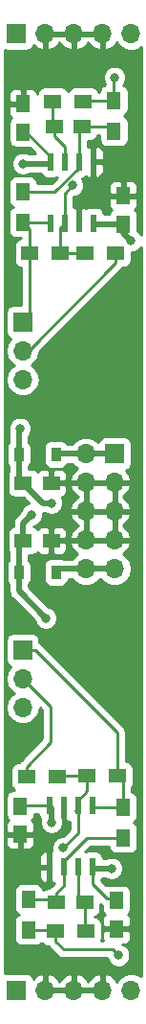
<source format=gbr>
G04 #@! TF.GenerationSoftware,KiCad,Pcbnew,(5.0.0-rc2-47-g52fceb3)*
G04 #@! TF.CreationDate,2018-06-13T16:52:08-05:00*
G04 #@! TF.ProjectId,nearness,6E6561726E6573732E6B696361645F70,rev?*
G04 #@! TF.SameCoordinates,Original*
G04 #@! TF.FileFunction,Copper,L1,Top,Signal*
G04 #@! TF.FilePolarity,Positive*
%FSLAX46Y46*%
G04 Gerber Fmt 4.6, Leading zero omitted, Abs format (unit mm)*
G04 Created by KiCad (PCBNEW (5.0.0-rc2-47-g52fceb3)) date Wednesday, June 13, 2018 at 04:52:08 PM*
%MOMM*%
%LPD*%
G01*
G04 APERTURE LIST*
G04 #@! TA.AperFunction,SMDPad,CuDef*
%ADD10R,1.300000X1.500000*%
G04 #@! TD*
G04 #@! TA.AperFunction,SMDPad,CuDef*
%ADD11R,1.500000X1.300000*%
G04 #@! TD*
G04 #@! TA.AperFunction,SMDPad,CuDef*
%ADD12R,1.500000X1.250000*%
G04 #@! TD*
G04 #@! TA.AperFunction,SMDPad,CuDef*
%ADD13R,0.600000X1.550000*%
G04 #@! TD*
G04 #@! TA.AperFunction,ComponentPad*
%ADD14R,1.700000X1.700000*%
G04 #@! TD*
G04 #@! TA.AperFunction,ComponentPad*
%ADD15O,1.700000X1.700000*%
G04 #@! TD*
G04 #@! TA.AperFunction,SMDPad,CuDef*
%ADD16R,0.900000X1.200000*%
G04 #@! TD*
G04 #@! TA.AperFunction,SMDPad,CuDef*
%ADD17R,1.250000X1.500000*%
G04 #@! TD*
G04 #@! TA.AperFunction,ViaPad*
%ADD18C,0.800000*%
G04 #@! TD*
G04 #@! TA.AperFunction,Conductor*
%ADD19C,0.250000*%
G04 #@! TD*
G04 #@! TA.AperFunction,Conductor*
%ADD20C,0.500000*%
G04 #@! TD*
G04 #@! TA.AperFunction,Conductor*
%ADD21C,0.254000*%
G04 #@! TD*
G04 APERTURE END LIST*
D10*
G04 #@! TO.P,R20,1*
G04 #@! TO.N,Net-(P6-Pad1)*
X48514000Y-80692000D03*
G04 #@! TO.P,R20,2*
G04 #@! TO.N,Net-(C2-Pad1)*
X48514000Y-83392000D03*
G04 #@! TD*
D11*
G04 #@! TO.P,R17,2*
G04 #@! TO.N,Net-(P6-Pad1)*
X48000603Y-77927833D03*
G04 #@! TO.P,R17,1*
G04 #@! TO.N,Net-(J14-Pad1)*
X45300603Y-77927833D03*
G04 #@! TD*
D10*
G04 #@! TO.P,R19,2*
G04 #@! TO.N,Net-(C1-Pad1)*
X39624000Y-26336000D03*
G04 #@! TO.P,R19,1*
G04 #@! TO.N,Net-(P5-Pad1)*
X39624000Y-29036000D03*
G04 #@! TD*
D11*
G04 #@! TO.P,R18,1*
G04 #@! TO.N,Net-(J14-Pad1)*
X42652430Y-78022702D03*
G04 #@! TO.P,R18,2*
G04 #@! TO.N,Net-(P6-Pad2)*
X39952430Y-78022702D03*
G04 #@! TD*
G04 #@! TO.P,R15,1*
G04 #@! TO.N,Net-(J13-Pad1)*
X42944052Y-31750000D03*
G04 #@! TO.P,R15,2*
G04 #@! TO.N,Net-(P5-Pad1)*
X40244052Y-31750000D03*
G04 #@! TD*
D12*
G04 #@! TO.P,C2,2*
G04 #@! TO.N,Net-(C2-Pad2)*
X45106603Y-89103833D03*
G04 #@! TO.P,C2,1*
G04 #@! TO.N,Net-(C2-Pad1)*
X42606603Y-89103833D03*
G04 #@! TD*
D11*
G04 #@! TO.P,R24,1*
G04 #@! TO.N,Net-(C2-Pad2)*
X45206603Y-91643833D03*
G04 #@! TO.P,R24,2*
G04 #@! TO.N,Net-(J14-Pad5)*
X42506603Y-91643833D03*
G04 #@! TD*
G04 #@! TO.P,R16,1*
G04 #@! TO.N,Net-(J13-Pad1)*
X45132000Y-31750000D03*
G04 #@! TO.P,R16,2*
G04 #@! TO.N,Net-(P5-Pad2)*
X47832000Y-31750000D03*
G04 #@! TD*
D10*
G04 #@! TO.P,R22,1*
G04 #@! TO.N,Net-(C2-Pad1)*
X40132000Y-88820000D03*
G04 #@! TO.P,R22,2*
G04 #@! TO.N,Net-(J14-Pad5)*
X40132000Y-91520000D03*
G04 #@! TD*
D11*
G04 #@! TO.P,R23,2*
G04 #@! TO.N,Net-(J13-Pad5)*
X44976052Y-18360841D03*
G04 #@! TO.P,R23,1*
G04 #@! TO.N,Net-(C1-Pad2)*
X42276052Y-18360841D03*
G04 #@! TD*
D13*
G04 #@! TO.P,U1,1*
G04 #@! TO.N,Net-(P5-Pad1)*
X42037000Y-29116000D03*
G04 #@! TO.P,U1,2*
G04 #@! TO.N,Net-(J13-Pad1)*
X43307000Y-29116000D03*
G04 #@! TO.P,U1,3*
G04 #@! TO.N,GND*
X44577000Y-29116000D03*
G04 #@! TO.P,U1,4*
G04 #@! TO.N,-12V*
X45847000Y-29116000D03*
G04 #@! TO.P,U1,5*
G04 #@! TO.N,GND*
X45847000Y-23716000D03*
G04 #@! TO.P,U1,6*
G04 #@! TO.N,Net-(C1-Pad1)*
X44577000Y-23716000D03*
G04 #@! TO.P,U1,7*
G04 #@! TO.N,Net-(C1-Pad2)*
X43307000Y-23716000D03*
G04 #@! TO.P,U1,8*
G04 #@! TO.N,+12V*
X42037000Y-23716000D03*
G04 #@! TD*
G04 #@! TO.P,U2,8*
G04 #@! TO.N,+12V*
X45761603Y-85961833D03*
G04 #@! TO.P,U2,7*
G04 #@! TO.N,Net-(C2-Pad2)*
X44491603Y-85961833D03*
G04 #@! TO.P,U2,6*
G04 #@! TO.N,Net-(C2-Pad1)*
X43221603Y-85961833D03*
G04 #@! TO.P,U2,5*
G04 #@! TO.N,GND*
X41951603Y-85961833D03*
G04 #@! TO.P,U2,4*
G04 #@! TO.N,-12V*
X41951603Y-80561833D03*
G04 #@! TO.P,U2,3*
G04 #@! TO.N,GND*
X43221603Y-80561833D03*
G04 #@! TO.P,U2,2*
G04 #@! TO.N,Net-(J14-Pad1)*
X44491603Y-80561833D03*
G04 #@! TO.P,U2,1*
G04 #@! TO.N,Net-(P6-Pad1)*
X45761603Y-80561833D03*
G04 #@! TD*
D14*
G04 #@! TO.P,P6,1*
G04 #@! TO.N,Net-(P6-Pad1)*
X39600000Y-66802000D03*
D15*
G04 #@! TO.P,P6,2*
G04 #@! TO.N,Net-(P6-Pad2)*
X39600000Y-69342000D03*
G04 #@! TO.P,P6,3*
G04 #@! TO.N,Net-(P6-Pad3)*
X39600000Y-71882000D03*
G04 #@! TD*
G04 #@! TO.P,P5,3*
G04 #@! TO.N,Net-(P5-Pad3)*
X39600000Y-42926000D03*
G04 #@! TO.P,P5,2*
G04 #@! TO.N,Net-(P5-Pad2)*
X39600000Y-40386000D03*
D14*
G04 #@! TO.P,P5,1*
G04 #@! TO.N,Net-(P5-Pad1)*
X39600000Y-37846000D03*
G04 #@! TD*
G04 #@! TO.P,J13,1*
G04 #@! TO.N,Net-(J13-Pad1)*
X39068000Y-12390400D03*
D15*
G04 #@! TO.P,J13,2*
G04 #@! TO.N,GND*
X41608000Y-12390400D03*
G04 #@! TO.P,J13,3*
X44148000Y-12390400D03*
G04 #@! TO.P,J13,4*
X46688000Y-12390400D03*
G04 #@! TO.P,J13,5*
G04 #@! TO.N,Net-(J13-Pad5)*
X49228000Y-12390400D03*
G04 #@! TD*
G04 #@! TO.P,J14,5*
G04 #@! TO.N,Net-(J14-Pad5)*
X49228000Y-96835400D03*
G04 #@! TO.P,J14,4*
G04 #@! TO.N,GND*
X46688000Y-96835400D03*
G04 #@! TO.P,J14,3*
X44148000Y-96835400D03*
G04 #@! TO.P,J14,2*
X41608000Y-96835400D03*
D14*
G04 #@! TO.P,J14,1*
G04 #@! TO.N,Net-(J14-Pad1)*
X39068000Y-96835400D03*
G04 #@! TD*
D16*
G04 #@! TO.P,D1,1*
G04 #@! TO.N,+12V*
X39244000Y-49530000D03*
G04 #@! TO.P,D1,2*
G04 #@! TO.N,Net-(D1-Pad2)*
X42544000Y-49530000D03*
G04 #@! TD*
G04 #@! TO.P,D2,1*
G04 #@! TO.N,Net-(D2-Pad1)*
X42544000Y-59944000D03*
G04 #@! TO.P,D2,2*
G04 #@! TO.N,-12V*
X39244000Y-59944000D03*
G04 #@! TD*
D14*
G04 #@! TO.P,J10,1*
G04 #@! TO.N,Net-(D1-Pad2)*
X47752000Y-49476406D03*
D15*
G04 #@! TO.P,J10,2*
X45212000Y-49476406D03*
G04 #@! TO.P,J10,3*
G04 #@! TO.N,GND*
X47752000Y-52016406D03*
G04 #@! TO.P,J10,4*
X45212000Y-52016406D03*
G04 #@! TO.P,J10,5*
X47752000Y-54556406D03*
G04 #@! TO.P,J10,6*
X45212000Y-54556406D03*
G04 #@! TO.P,J10,7*
X47752000Y-57096406D03*
G04 #@! TO.P,J10,8*
X45212000Y-57096406D03*
G04 #@! TO.P,J10,9*
G04 #@! TO.N,Net-(D2-Pad1)*
X47752000Y-59636406D03*
G04 #@! TO.P,J10,10*
X45212000Y-59636406D03*
G04 #@! TD*
D17*
G04 #@! TO.P,C5,1*
G04 #@! TO.N,+12V*
X39624000Y-21062000D03*
G04 #@! TO.P,C5,2*
G04 #@! TO.N,GND*
X39624000Y-18562000D03*
G04 #@! TD*
D12*
G04 #@! TO.P,C1,1*
G04 #@! TO.N,Net-(C1-Pad1)*
X44876052Y-20574000D03*
G04 #@! TO.P,C1,2*
G04 #@! TO.N,Net-(C1-Pad2)*
X42376052Y-20574000D03*
G04 #@! TD*
D17*
G04 #@! TO.P,C8,2*
G04 #@! TO.N,-12V*
X48514000Y-29190000D03*
G04 #@! TO.P,C8,1*
G04 #@! TO.N,GND*
X48514000Y-26690000D03*
G04 #@! TD*
D10*
G04 #@! TO.P,R21,2*
G04 #@! TO.N,Net-(J13-Pad5)*
X47690052Y-18280841D03*
G04 #@! TO.P,R21,1*
G04 #@! TO.N,Net-(C1-Pad1)*
X47690052Y-20980841D03*
G04 #@! TD*
D17*
G04 #@! TO.P,C7,1*
G04 #@! TO.N,+12V*
X47906430Y-88920000D03*
G04 #@! TO.P,C7,2*
G04 #@! TO.N,GND*
X47906430Y-91420000D03*
G04 #@! TD*
G04 #@! TO.P,C6,2*
G04 #@! TO.N,-12V*
X39370000Y-80582702D03*
G04 #@! TO.P,C6,1*
G04 #@! TO.N,GND*
X39370000Y-83082702D03*
G04 #@! TD*
D12*
G04 #@! TO.P,C4,2*
G04 #@! TO.N,-12V*
X39644000Y-57150000D03*
G04 #@! TO.P,C4,1*
G04 #@! TO.N,GND*
X42144000Y-57150000D03*
G04 #@! TD*
G04 #@! TO.P,C3,1*
G04 #@! TO.N,+12V*
X39644000Y-52070000D03*
G04 #@! TO.P,C3,2*
G04 #@! TO.N,GND*
X42144000Y-52070000D03*
G04 #@! TD*
D18*
G04 #@! TO.N,-12V*
X40386000Y-54864000D03*
X41656000Y-64008000D03*
X49225200Y-30683200D03*
X42164000Y-82042000D03*
G04 #@! TO.N,+12V*
X39624000Y-23876000D03*
X42164000Y-53848000D03*
X47498000Y-86106000D03*
X39370000Y-47244000D03*
G04 #@! TO.N,Net-(J13-Pad5)*
X47752000Y-16256000D03*
G04 #@! TO.N,Net-(J14-Pad1)*
X43180000Y-84277200D03*
G04 #@! TO.N,Net-(J13-Pad1)*
X44015253Y-25778053D03*
G04 #@! TO.N,Net-(J14-Pad5)*
X48107600Y-93776800D03*
G04 #@! TD*
D19*
G04 #@! TO.N,Net-(C1-Pad2)*
X42376052Y-20574000D02*
X42376052Y-21449000D01*
X42376052Y-21449000D02*
X43307000Y-22379948D01*
X43307000Y-22379948D02*
X43307000Y-22691000D01*
X43307000Y-22691000D02*
X43307000Y-23716000D01*
X42276052Y-18360841D02*
X42276052Y-20474000D01*
X42276052Y-20474000D02*
X42376052Y-20574000D01*
G04 #@! TO.N,Net-(C2-Pad2)*
X45106603Y-89103833D02*
X45106603Y-91543833D01*
X45106603Y-91543833D02*
X45206603Y-91643833D01*
X44491603Y-85961833D02*
X44491603Y-88488833D01*
X44491603Y-88488833D02*
X45106603Y-89103833D01*
G04 #@! TO.N,Net-(C1-Pad1)*
X44577000Y-20873052D02*
X44876052Y-20574000D01*
X42432000Y-26336000D02*
X44577000Y-24191000D01*
X44577000Y-24191000D02*
X44577000Y-23716000D01*
X39624000Y-26336000D02*
X42432000Y-26336000D01*
X44577000Y-23716000D02*
X44577000Y-20873052D01*
X44876052Y-20574000D02*
X47283211Y-20574000D01*
X47283211Y-20574000D02*
X47690052Y-20980841D01*
G04 #@! TO.N,Net-(C2-Pad1)*
X40132000Y-88820000D02*
X42322770Y-88820000D01*
X43221603Y-85486833D02*
X43221603Y-85961833D01*
X45316436Y-83392000D02*
X43221603Y-85486833D01*
X48514000Y-83392000D02*
X45316436Y-83392000D01*
X43221603Y-87613833D02*
X43221603Y-85961833D01*
X42606603Y-89103833D02*
X42606603Y-88228833D01*
X42606603Y-88228833D02*
X43221603Y-87613833D01*
X42322770Y-88820000D02*
X42606603Y-89103833D01*
G04 #@! TO.N,Net-(P5-Pad1)*
X39624000Y-29036000D02*
X41957000Y-29036000D01*
X40244052Y-29656052D02*
X39624000Y-29036000D01*
X40244052Y-31750000D02*
X40244052Y-29656052D01*
X41957000Y-29036000D02*
X42037000Y-29116000D01*
X40244052Y-37201948D02*
X39600000Y-37846000D01*
X40244052Y-31750000D02*
X40244052Y-37201948D01*
G04 #@! TO.N,Net-(P5-Pad2)*
X47832000Y-31750000D02*
X47832000Y-32650000D01*
X47832000Y-31750000D02*
X47732000Y-31750000D01*
X39116000Y-40366000D02*
X39116000Y-40386000D01*
X40096000Y-40386000D02*
X39600000Y-40386000D01*
X47832000Y-32650000D02*
X40096000Y-40386000D01*
G04 #@! TO.N,Net-(P6-Pad1)*
X40700000Y-66802000D02*
X39600000Y-66802000D01*
X48000603Y-74102603D02*
X40700000Y-66802000D01*
X45891770Y-80692000D02*
X45761603Y-80561833D01*
X48514000Y-80692000D02*
X45891770Y-80692000D01*
X48514000Y-80692000D02*
X48514000Y-78441230D01*
X48000603Y-77927833D02*
X48000603Y-74102603D01*
X48514000Y-78441230D02*
X48000603Y-77927833D01*
G04 #@! TO.N,Net-(P6-Pad2)*
X39952430Y-77122702D02*
X42113200Y-74961932D01*
X42113200Y-71855200D02*
X39600000Y-69342000D01*
X39952430Y-78022702D02*
X39952430Y-77122702D01*
X42113200Y-74961932D02*
X42113200Y-71855200D01*
D20*
G04 #@! TO.N,Net-(D2-Pad1)*
X45212000Y-59636406D02*
X42851594Y-59636406D01*
X47752000Y-59636406D02*
X45212000Y-59636406D01*
X42851594Y-59636406D02*
X42544000Y-59944000D01*
G04 #@! TO.N,Net-(D1-Pad2)*
X42597594Y-49476406D02*
X42544000Y-49530000D01*
X45212000Y-49476406D02*
X42597594Y-49476406D01*
X47752000Y-49476406D02*
X45212000Y-49476406D01*
G04 #@! TO.N,-12V*
X48514000Y-29190000D02*
X45921000Y-29190000D01*
X45921000Y-29190000D02*
X45847000Y-29116000D01*
X48514000Y-29190000D02*
X48514000Y-29972000D01*
X48514000Y-29972000D02*
X49225200Y-30683200D01*
X48514000Y-29190000D02*
X48514000Y-29768800D01*
X42164000Y-82042000D02*
X42164000Y-80774230D01*
X42164000Y-80774230D02*
X41951603Y-80561833D01*
X39644000Y-57150000D02*
X39644000Y-55606000D01*
X39644000Y-55606000D02*
X40386000Y-54864000D01*
X39244000Y-59944000D02*
X39244000Y-61596000D01*
X39244000Y-61596000D02*
X41656000Y-64008000D01*
X39244000Y-59944000D02*
X39244000Y-57550000D01*
X39244000Y-57550000D02*
X39644000Y-57150000D01*
D19*
X41951603Y-80561833D02*
X39390869Y-80561833D01*
X39390869Y-80561833D02*
X39370000Y-80582702D01*
D20*
G04 #@! TO.N,+12V*
X39624000Y-23876000D02*
X41877000Y-23876000D01*
X41877000Y-23876000D02*
X42037000Y-23716000D01*
X39244000Y-49530000D02*
X39244000Y-47370000D01*
X39244000Y-47370000D02*
X39370000Y-47244000D01*
X47498000Y-86106000D02*
X45905770Y-86106000D01*
X45905770Y-86106000D02*
X45761603Y-85961833D01*
X39644000Y-52070000D02*
X41422000Y-53848000D01*
X41422000Y-53848000D02*
X42164000Y-53848000D01*
X39244000Y-49530000D02*
X39244000Y-51670000D01*
X39244000Y-51670000D02*
X39644000Y-52070000D01*
D19*
X47906430Y-88710702D02*
X47031430Y-88710702D01*
X45761603Y-86986833D02*
X45761603Y-85961833D01*
X47031430Y-88710702D02*
X45761603Y-87440875D01*
X45761603Y-87440875D02*
X45761603Y-86986833D01*
X42037000Y-23716000D02*
X42037000Y-23241000D01*
X39858000Y-21062000D02*
X39624000Y-21062000D01*
X42037000Y-23241000D02*
X39858000Y-21062000D01*
G04 #@! TO.N,Net-(J13-Pad5)*
X47690052Y-18280841D02*
X47690052Y-16317948D01*
X47690052Y-16317948D02*
X47752000Y-16256000D01*
X47690052Y-18280841D02*
X47690052Y-18248348D01*
X44976052Y-18360841D02*
X44876052Y-18360841D01*
X47690052Y-18280841D02*
X45056052Y-18280841D01*
X45056052Y-18280841D02*
X44976052Y-18360841D01*
G04 #@! TO.N,Net-(J14-Pad1)*
X44491603Y-80561833D02*
X44491603Y-82965597D01*
X44491603Y-82965597D02*
X43180000Y-84277200D01*
D20*
X44491603Y-81036833D02*
X44450000Y-81078436D01*
D19*
X44491603Y-81036833D02*
X44491603Y-80561833D01*
X45300603Y-77927833D02*
X42747299Y-77927833D01*
X42747299Y-77927833D02*
X42652430Y-78022702D01*
X45300603Y-77927833D02*
X45300603Y-79277833D01*
X45300603Y-79277833D02*
X44491603Y-80086833D01*
X44491603Y-80086833D02*
X44491603Y-80561833D01*
G04 #@! TO.N,Net-(J13-Pad1)*
X43307000Y-29116000D02*
X43307000Y-26486306D01*
X43307000Y-26486306D02*
X44015253Y-25778053D01*
X39116000Y-12600789D02*
X39116000Y-12446000D01*
X43307000Y-28641000D02*
X43307000Y-29116000D01*
X42944052Y-31750000D02*
X42944052Y-29478948D01*
X42944052Y-29478948D02*
X43307000Y-29116000D01*
X45132000Y-31750000D02*
X42944052Y-31750000D01*
G04 #@! TO.N,Net-(J14-Pad5)*
X43231570Y-93268800D02*
X47599600Y-93268800D01*
X47599600Y-93268800D02*
X48107600Y-93776800D01*
X42506603Y-91643833D02*
X42506603Y-92543833D01*
X42506603Y-92543833D02*
X43231570Y-93268800D01*
D20*
X42506603Y-91643833D02*
X42571033Y-91643833D01*
D19*
X40132000Y-91520000D02*
X42382770Y-91520000D01*
X42382770Y-91520000D02*
X42506603Y-91643833D01*
G04 #@! TD*
D21*
G04 #@! TO.N,GND*
G36*
X41735000Y-12263400D02*
X44021000Y-12263400D01*
X44021000Y-12243400D01*
X44275000Y-12243400D01*
X44275000Y-12263400D01*
X46561000Y-12263400D01*
X46561000Y-12243400D01*
X46815000Y-12243400D01*
X46815000Y-12263400D01*
X46835000Y-12263400D01*
X46835000Y-12517400D01*
X46815000Y-12517400D01*
X46815000Y-13710555D01*
X47044890Y-13831876D01*
X47454924Y-13662045D01*
X47883183Y-13271758D01*
X47944157Y-13141922D01*
X48157375Y-13461025D01*
X48648582Y-13789239D01*
X49081744Y-13875400D01*
X49374256Y-13875400D01*
X49807418Y-13789239D01*
X50115001Y-13583719D01*
X50115001Y-30126783D01*
X50102631Y-30096920D01*
X49811480Y-29805769D01*
X49786440Y-29795397D01*
X49786440Y-28440000D01*
X49737157Y-28192235D01*
X49596809Y-27982191D01*
X49535680Y-27941346D01*
X49677327Y-27799698D01*
X49774000Y-27566309D01*
X49774000Y-26975750D01*
X49615250Y-26817000D01*
X48641000Y-26817000D01*
X48641000Y-26837000D01*
X48387000Y-26837000D01*
X48387000Y-26817000D01*
X47412750Y-26817000D01*
X47254000Y-26975750D01*
X47254000Y-27566309D01*
X47350673Y-27799698D01*
X47492320Y-27941346D01*
X47431191Y-27982191D01*
X47290843Y-28192235D01*
X47268413Y-28305000D01*
X46787279Y-28305000D01*
X46745157Y-28093235D01*
X46604809Y-27883191D01*
X46394765Y-27742843D01*
X46147000Y-27693560D01*
X45547000Y-27693560D01*
X45299235Y-27742843D01*
X45220028Y-27795768D01*
X45003310Y-27706000D01*
X44862750Y-27706000D01*
X44704000Y-27864750D01*
X44704000Y-28989000D01*
X44724000Y-28989000D01*
X44724000Y-29243000D01*
X44704000Y-29243000D01*
X44704000Y-29263000D01*
X44450000Y-29263000D01*
X44450000Y-29243000D01*
X44430000Y-29243000D01*
X44430000Y-28989000D01*
X44450000Y-28989000D01*
X44450000Y-27864750D01*
X44291250Y-27706000D01*
X44150690Y-27706000D01*
X44067000Y-27740666D01*
X44067000Y-26813053D01*
X44221127Y-26813053D01*
X44601533Y-26655484D01*
X44892684Y-26364333D01*
X45050253Y-25983927D01*
X45050253Y-25813691D01*
X47254000Y-25813691D01*
X47254000Y-26404250D01*
X47412750Y-26563000D01*
X48387000Y-26563000D01*
X48387000Y-25463750D01*
X48641000Y-25463750D01*
X48641000Y-26563000D01*
X49615250Y-26563000D01*
X49774000Y-26404250D01*
X49774000Y-25813691D01*
X49677327Y-25580302D01*
X49498699Y-25401673D01*
X49265310Y-25305000D01*
X48799750Y-25305000D01*
X48641000Y-25463750D01*
X48387000Y-25463750D01*
X48228250Y-25305000D01*
X47762690Y-25305000D01*
X47529301Y-25401673D01*
X47350673Y-25580302D01*
X47254000Y-25813691D01*
X45050253Y-25813691D01*
X45050253Y-25572179D01*
X44892684Y-25191773D01*
X44839351Y-25138440D01*
X44877000Y-25138440D01*
X45124765Y-25089157D01*
X45203972Y-25036232D01*
X45420690Y-25126000D01*
X45561250Y-25126000D01*
X45720000Y-24967250D01*
X45720000Y-23843000D01*
X45974000Y-23843000D01*
X45974000Y-24967250D01*
X46132750Y-25126000D01*
X46273310Y-25126000D01*
X46506699Y-25029327D01*
X46685327Y-24850698D01*
X46782000Y-24617309D01*
X46782000Y-24001750D01*
X46623250Y-23843000D01*
X45974000Y-23843000D01*
X45720000Y-23843000D01*
X45700000Y-23843000D01*
X45700000Y-23589000D01*
X45720000Y-23589000D01*
X45720000Y-22464750D01*
X45974000Y-22464750D01*
X45974000Y-23589000D01*
X46623250Y-23589000D01*
X46782000Y-23430250D01*
X46782000Y-22814691D01*
X46685327Y-22581302D01*
X46506699Y-22402673D01*
X46273310Y-22306000D01*
X46132750Y-22306000D01*
X45974000Y-22464750D01*
X45720000Y-22464750D01*
X45561250Y-22306000D01*
X45420690Y-22306000D01*
X45337000Y-22340666D01*
X45337000Y-21846440D01*
X45626052Y-21846440D01*
X45873817Y-21797157D01*
X46083861Y-21656809D01*
X46224209Y-21446765D01*
X46246639Y-21334000D01*
X46392612Y-21334000D01*
X46392612Y-21730841D01*
X46441895Y-21978606D01*
X46582243Y-22188650D01*
X46792287Y-22328998D01*
X47040052Y-22378281D01*
X48340052Y-22378281D01*
X48587817Y-22328998D01*
X48797861Y-22188650D01*
X48938209Y-21978606D01*
X48987492Y-21730841D01*
X48987492Y-20230841D01*
X48938209Y-19983076D01*
X48797861Y-19773032D01*
X48587817Y-19632684D01*
X48578552Y-19630841D01*
X48587817Y-19628998D01*
X48797861Y-19488650D01*
X48938209Y-19278606D01*
X48987492Y-19030841D01*
X48987492Y-17530841D01*
X48938209Y-17283076D01*
X48797861Y-17073032D01*
X48587817Y-16932684D01*
X48547122Y-16924589D01*
X48629431Y-16842280D01*
X48787000Y-16461874D01*
X48787000Y-16050126D01*
X48629431Y-15669720D01*
X48338280Y-15378569D01*
X47957874Y-15221000D01*
X47546126Y-15221000D01*
X47165720Y-15378569D01*
X46874569Y-15669720D01*
X46717000Y-16050126D01*
X46717000Y-16461874D01*
X46874569Y-16842280D01*
X46930053Y-16897764D01*
X46930053Y-16905281D01*
X46792287Y-16932684D01*
X46582243Y-17073032D01*
X46441895Y-17283076D01*
X46394601Y-17520841D01*
X46335699Y-17520841D01*
X46324209Y-17463076D01*
X46183861Y-17253032D01*
X45973817Y-17112684D01*
X45726052Y-17063401D01*
X44226052Y-17063401D01*
X43978287Y-17112684D01*
X43768243Y-17253032D01*
X43627895Y-17463076D01*
X43626052Y-17472341D01*
X43624209Y-17463076D01*
X43483861Y-17253032D01*
X43273817Y-17112684D01*
X43026052Y-17063401D01*
X41526052Y-17063401D01*
X41278287Y-17112684D01*
X41068243Y-17253032D01*
X40927895Y-17463076D01*
X40883740Y-17685062D01*
X40787327Y-17452302D01*
X40608699Y-17273673D01*
X40375310Y-17177000D01*
X39909750Y-17177000D01*
X39751000Y-17335750D01*
X39751000Y-18435000D01*
X39771000Y-18435000D01*
X39771000Y-18689000D01*
X39751000Y-18689000D01*
X39751000Y-18709000D01*
X39497000Y-18709000D01*
X39497000Y-18689000D01*
X38522750Y-18689000D01*
X38364000Y-18847750D01*
X38364000Y-19438309D01*
X38460673Y-19671698D01*
X38602320Y-19813346D01*
X38541191Y-19854191D01*
X38400843Y-20064235D01*
X38351560Y-20312000D01*
X38351560Y-21812000D01*
X38400843Y-22059765D01*
X38541191Y-22269809D01*
X38751235Y-22410157D01*
X38999000Y-22459440D01*
X40180638Y-22459440D01*
X40712198Y-22991000D01*
X40192007Y-22991000D01*
X39829874Y-22841000D01*
X39418126Y-22841000D01*
X39037720Y-22998569D01*
X38746569Y-23289720D01*
X38589000Y-23670126D01*
X38589000Y-24081874D01*
X38746569Y-24462280D01*
X39037720Y-24753431D01*
X39418126Y-24911000D01*
X39829874Y-24911000D01*
X40192007Y-24761000D01*
X41153700Y-24761000D01*
X41279191Y-24948809D01*
X41489235Y-25089157D01*
X41737000Y-25138440D01*
X42337000Y-25138440D01*
X42584765Y-25089157D01*
X42642859Y-25050339D01*
X42117199Y-25576000D01*
X40919451Y-25576000D01*
X40872157Y-25338235D01*
X40731809Y-25128191D01*
X40521765Y-24987843D01*
X40274000Y-24938560D01*
X38974000Y-24938560D01*
X38726235Y-24987843D01*
X38516191Y-25128191D01*
X38375843Y-25338235D01*
X38326560Y-25586000D01*
X38326560Y-27086000D01*
X38375843Y-27333765D01*
X38516191Y-27543809D01*
X38726235Y-27684157D01*
X38735500Y-27686000D01*
X38726235Y-27687843D01*
X38516191Y-27828191D01*
X38375843Y-28038235D01*
X38326560Y-28286000D01*
X38326560Y-29786000D01*
X38375843Y-30033765D01*
X38516191Y-30243809D01*
X38726235Y-30384157D01*
X38974000Y-30433440D01*
X39484053Y-30433440D01*
X39484053Y-30454549D01*
X39246287Y-30501843D01*
X39036243Y-30642191D01*
X38895895Y-30852235D01*
X38846612Y-31100000D01*
X38846612Y-32400000D01*
X38895895Y-32647765D01*
X39036243Y-32857809D01*
X39246287Y-32998157D01*
X39484052Y-33045451D01*
X39484053Y-36348560D01*
X38750000Y-36348560D01*
X38502235Y-36397843D01*
X38292191Y-36538191D01*
X38151843Y-36748235D01*
X38102560Y-36996000D01*
X38102560Y-38696000D01*
X38151843Y-38943765D01*
X38292191Y-39153809D01*
X38502235Y-39294157D01*
X38547619Y-39303184D01*
X38529375Y-39315375D01*
X38201161Y-39806582D01*
X38085908Y-40386000D01*
X38201161Y-40965418D01*
X38529375Y-41456625D01*
X38827761Y-41656000D01*
X38529375Y-41855375D01*
X38201161Y-42346582D01*
X38085908Y-42926000D01*
X38201161Y-43505418D01*
X38529375Y-43996625D01*
X39020582Y-44324839D01*
X39453744Y-44411000D01*
X39746256Y-44411000D01*
X40179418Y-44324839D01*
X40670625Y-43996625D01*
X40998839Y-43505418D01*
X41114092Y-42926000D01*
X40998839Y-42346582D01*
X40670625Y-41855375D01*
X40372239Y-41656000D01*
X40670625Y-41456625D01*
X40998839Y-40965418D01*
X41100011Y-40456790D01*
X48316473Y-33240329D01*
X48379929Y-33197929D01*
X48480483Y-33047440D01*
X48582000Y-33047440D01*
X48829765Y-32998157D01*
X49039809Y-32857809D01*
X49180157Y-32647765D01*
X49229440Y-32400000D01*
X49229440Y-31718200D01*
X49431074Y-31718200D01*
X49811480Y-31560631D01*
X50102631Y-31269480D01*
X50115001Y-31239617D01*
X50115000Y-95642081D01*
X49807418Y-95436561D01*
X49374256Y-95350400D01*
X49081744Y-95350400D01*
X48648582Y-95436561D01*
X48157375Y-95764775D01*
X47944157Y-96083878D01*
X47883183Y-95954042D01*
X47454924Y-95563755D01*
X47044890Y-95393924D01*
X46815000Y-95515245D01*
X46815000Y-96708400D01*
X46835000Y-96708400D01*
X46835000Y-96962400D01*
X46815000Y-96962400D01*
X46815000Y-96982400D01*
X46561000Y-96982400D01*
X46561000Y-96962400D01*
X44275000Y-96962400D01*
X44275000Y-96982400D01*
X44021000Y-96982400D01*
X44021000Y-96962400D01*
X41735000Y-96962400D01*
X41735000Y-96982400D01*
X41481000Y-96982400D01*
X41481000Y-96962400D01*
X41461000Y-96962400D01*
X41461000Y-96708400D01*
X41481000Y-96708400D01*
X41481000Y-95515245D01*
X41735000Y-95515245D01*
X41735000Y-96708400D01*
X44021000Y-96708400D01*
X44021000Y-95515245D01*
X44275000Y-95515245D01*
X44275000Y-96708400D01*
X46561000Y-96708400D01*
X46561000Y-95515245D01*
X46331110Y-95393924D01*
X45921076Y-95563755D01*
X45492817Y-95954042D01*
X45418000Y-96113354D01*
X45343183Y-95954042D01*
X44914924Y-95563755D01*
X44504890Y-95393924D01*
X44275000Y-95515245D01*
X44021000Y-95515245D01*
X43791110Y-95393924D01*
X43381076Y-95563755D01*
X42952817Y-95954042D01*
X42878000Y-96113354D01*
X42803183Y-95954042D01*
X42374924Y-95563755D01*
X41964890Y-95393924D01*
X41735000Y-95515245D01*
X41481000Y-95515245D01*
X41251110Y-95393924D01*
X40841076Y-95563755D01*
X40536739Y-95841108D01*
X40516157Y-95737635D01*
X40375809Y-95527591D01*
X40165765Y-95387243D01*
X39918000Y-95337960D01*
X38218000Y-95337960D01*
X38023000Y-95376748D01*
X38023000Y-86247583D01*
X41016603Y-86247583D01*
X41016603Y-86863142D01*
X41113276Y-87096531D01*
X41291904Y-87275160D01*
X41525293Y-87371833D01*
X41665853Y-87371833D01*
X41824603Y-87213083D01*
X41824603Y-86088833D01*
X41175353Y-86088833D01*
X41016603Y-86247583D01*
X38023000Y-86247583D01*
X38023000Y-85060524D01*
X41016603Y-85060524D01*
X41016603Y-85676083D01*
X41175353Y-85834833D01*
X41824603Y-85834833D01*
X41824603Y-84710583D01*
X41665853Y-84551833D01*
X41525293Y-84551833D01*
X41291904Y-84648506D01*
X41113276Y-84827135D01*
X41016603Y-85060524D01*
X38023000Y-85060524D01*
X38023000Y-83368452D01*
X38110000Y-83368452D01*
X38110000Y-83959011D01*
X38206673Y-84192400D01*
X38385301Y-84371029D01*
X38618690Y-84467702D01*
X39084250Y-84467702D01*
X39243000Y-84308952D01*
X39243000Y-83209702D01*
X39497000Y-83209702D01*
X39497000Y-84308952D01*
X39655750Y-84467702D01*
X40121310Y-84467702D01*
X40354699Y-84371029D01*
X40533327Y-84192400D01*
X40630000Y-83959011D01*
X40630000Y-83368452D01*
X40471250Y-83209702D01*
X39497000Y-83209702D01*
X39243000Y-83209702D01*
X38268750Y-83209702D01*
X38110000Y-83368452D01*
X38023000Y-83368452D01*
X38023000Y-69342000D01*
X38085908Y-69342000D01*
X38201161Y-69921418D01*
X38529375Y-70412625D01*
X38827761Y-70612000D01*
X38529375Y-70811375D01*
X38201161Y-71302582D01*
X38085908Y-71882000D01*
X38201161Y-72461418D01*
X38529375Y-72952625D01*
X39020582Y-73280839D01*
X39453744Y-73367000D01*
X39746256Y-73367000D01*
X40179418Y-73280839D01*
X40670625Y-72952625D01*
X40998839Y-72461418D01*
X41105980Y-71922782D01*
X41353201Y-72170003D01*
X41353200Y-74647130D01*
X39467958Y-76532373D01*
X39404502Y-76574773D01*
X39362102Y-76638229D01*
X39362101Y-76638230D01*
X39303948Y-76725262D01*
X39202430Y-76725262D01*
X38954665Y-76774545D01*
X38744621Y-76914893D01*
X38604273Y-77124937D01*
X38554990Y-77372702D01*
X38554990Y-78672702D01*
X38604273Y-78920467D01*
X38744621Y-79130511D01*
X38826561Y-79185262D01*
X38745000Y-79185262D01*
X38497235Y-79234545D01*
X38287191Y-79374893D01*
X38146843Y-79584937D01*
X38097560Y-79832702D01*
X38097560Y-81332702D01*
X38146843Y-81580467D01*
X38287191Y-81790511D01*
X38348320Y-81831356D01*
X38206673Y-81973004D01*
X38110000Y-82206393D01*
X38110000Y-82796952D01*
X38268750Y-82955702D01*
X39243000Y-82955702D01*
X39243000Y-82935702D01*
X39497000Y-82935702D01*
X39497000Y-82955702D01*
X40471250Y-82955702D01*
X40630000Y-82796952D01*
X40630000Y-82206393D01*
X40533327Y-81973004D01*
X40391680Y-81831356D01*
X40452809Y-81790511D01*
X40593157Y-81580467D01*
X40642440Y-81332702D01*
X40642440Y-81321833D01*
X41004163Y-81321833D01*
X41004163Y-81336833D01*
X41053446Y-81584598D01*
X41164403Y-81750656D01*
X41129000Y-81836126D01*
X41129000Y-82247874D01*
X41286569Y-82628280D01*
X41577720Y-82919431D01*
X41958126Y-83077000D01*
X42369874Y-83077000D01*
X42750280Y-82919431D01*
X43041431Y-82628280D01*
X43199000Y-82247874D01*
X43199000Y-81836126D01*
X43094603Y-81584089D01*
X43094603Y-80688833D01*
X43074603Y-80688833D01*
X43074603Y-80434833D01*
X43094603Y-80434833D01*
X43094603Y-80414833D01*
X43348603Y-80414833D01*
X43348603Y-80434833D01*
X43368603Y-80434833D01*
X43368603Y-80688833D01*
X43348603Y-80688833D01*
X43348603Y-81813083D01*
X43507353Y-81971833D01*
X43647913Y-81971833D01*
X43731604Y-81937167D01*
X43731604Y-82650794D01*
X43140199Y-83242200D01*
X42974126Y-83242200D01*
X42593720Y-83399769D01*
X42302569Y-83690920D01*
X42145000Y-84071326D01*
X42145000Y-84483074D01*
X42192189Y-84596997D01*
X42078603Y-84710583D01*
X42078603Y-85834833D01*
X42098603Y-85834833D01*
X42098603Y-86088833D01*
X42078603Y-86088833D01*
X42078603Y-87213083D01*
X42237353Y-87371833D01*
X42377913Y-87371833D01*
X42396500Y-87364134D01*
X42122130Y-87638505D01*
X42058675Y-87680904D01*
X42016275Y-87744360D01*
X42016274Y-87744361D01*
X41958121Y-87831393D01*
X41856603Y-87831393D01*
X41608838Y-87880676D01*
X41417246Y-88008695D01*
X41380157Y-87822235D01*
X41239809Y-87612191D01*
X41029765Y-87471843D01*
X40782000Y-87422560D01*
X39482000Y-87422560D01*
X39234235Y-87471843D01*
X39024191Y-87612191D01*
X38883843Y-87822235D01*
X38834560Y-88070000D01*
X38834560Y-89570000D01*
X38883843Y-89817765D01*
X39024191Y-90027809D01*
X39234235Y-90168157D01*
X39243500Y-90170000D01*
X39234235Y-90171843D01*
X39024191Y-90312191D01*
X38883843Y-90522235D01*
X38834560Y-90770000D01*
X38834560Y-92270000D01*
X38883843Y-92517765D01*
X39024191Y-92727809D01*
X39234235Y-92868157D01*
X39482000Y-92917440D01*
X40782000Y-92917440D01*
X41029765Y-92868157D01*
X41239809Y-92727809D01*
X41261339Y-92695587D01*
X41298794Y-92751642D01*
X41508838Y-92891990D01*
X41756603Y-92941273D01*
X41858121Y-92941273D01*
X41878828Y-92972262D01*
X41958675Y-93091762D01*
X42022131Y-93134162D01*
X42641240Y-93753272D01*
X42683641Y-93816729D01*
X42935033Y-93984704D01*
X43156718Y-94028800D01*
X43156722Y-94028800D01*
X43231569Y-94043688D01*
X43306416Y-94028800D01*
X47091706Y-94028800D01*
X47230169Y-94363080D01*
X47521320Y-94654231D01*
X47901726Y-94811800D01*
X48313474Y-94811800D01*
X48693880Y-94654231D01*
X48985031Y-94363080D01*
X49142600Y-93982674D01*
X49142600Y-93570926D01*
X48985031Y-93190520D01*
X48693880Y-92899369D01*
X48466053Y-92805000D01*
X48657740Y-92805000D01*
X48891129Y-92708327D01*
X49069757Y-92529698D01*
X49166430Y-92296309D01*
X49166430Y-91705750D01*
X49007680Y-91547000D01*
X48033430Y-91547000D01*
X48033430Y-91567000D01*
X47779430Y-91567000D01*
X47779430Y-91547000D01*
X46805180Y-91547000D01*
X46646430Y-91705750D01*
X46646430Y-92296309D01*
X46734447Y-92508800D01*
X46561284Y-92508800D01*
X46604043Y-92293833D01*
X46604043Y-90993833D01*
X46554760Y-90746068D01*
X46414412Y-90536024D01*
X46204368Y-90395676D01*
X45981712Y-90351387D01*
X46104368Y-90326990D01*
X46314412Y-90186642D01*
X46454760Y-89976598D01*
X46504043Y-89728833D01*
X46504043Y-89272357D01*
X46633990Y-89359185D01*
X46633990Y-89670000D01*
X46683273Y-89917765D01*
X46823621Y-90127809D01*
X46884750Y-90168654D01*
X46743103Y-90310302D01*
X46646430Y-90543691D01*
X46646430Y-91134250D01*
X46805180Y-91293000D01*
X47779430Y-91293000D01*
X47779430Y-91273000D01*
X48033430Y-91273000D01*
X48033430Y-91293000D01*
X49007680Y-91293000D01*
X49166430Y-91134250D01*
X49166430Y-90543691D01*
X49069757Y-90310302D01*
X48928110Y-90168654D01*
X48989239Y-90127809D01*
X49129587Y-89917765D01*
X49178870Y-89670000D01*
X49178870Y-88170000D01*
X49129587Y-87922235D01*
X48989239Y-87712191D01*
X48779195Y-87571843D01*
X48531430Y-87522560D01*
X47281430Y-87522560D01*
X47033665Y-87571843D01*
X46993926Y-87598396D01*
X46547754Y-87152225D01*
X46655482Y-86991000D01*
X46929993Y-86991000D01*
X47292126Y-87141000D01*
X47703874Y-87141000D01*
X48084280Y-86983431D01*
X48375431Y-86692280D01*
X48533000Y-86311874D01*
X48533000Y-85900126D01*
X48375431Y-85519720D01*
X48084280Y-85228569D01*
X47703874Y-85071000D01*
X47292126Y-85071000D01*
X46929993Y-85221000D01*
X46709043Y-85221000D01*
X46709043Y-85186833D01*
X46659760Y-84939068D01*
X46519412Y-84729024D01*
X46309368Y-84588676D01*
X46061603Y-84539393D01*
X45461603Y-84539393D01*
X45213838Y-84588676D01*
X45155745Y-84627493D01*
X45631238Y-84152000D01*
X47218549Y-84152000D01*
X47265843Y-84389765D01*
X47406191Y-84599809D01*
X47616235Y-84740157D01*
X47864000Y-84789440D01*
X49164000Y-84789440D01*
X49411765Y-84740157D01*
X49621809Y-84599809D01*
X49762157Y-84389765D01*
X49811440Y-84142000D01*
X49811440Y-82642000D01*
X49762157Y-82394235D01*
X49621809Y-82184191D01*
X49411765Y-82043843D01*
X49402500Y-82042000D01*
X49411765Y-82040157D01*
X49621809Y-81899809D01*
X49762157Y-81689765D01*
X49811440Y-81442000D01*
X49811440Y-79942000D01*
X49762157Y-79694235D01*
X49621809Y-79484191D01*
X49411765Y-79343843D01*
X49274000Y-79316440D01*
X49274000Y-78937483D01*
X49348760Y-78825598D01*
X49398043Y-78577833D01*
X49398043Y-77277833D01*
X49348760Y-77030068D01*
X49208412Y-76820024D01*
X48998368Y-76679676D01*
X48760603Y-76632382D01*
X48760603Y-74177451D01*
X48775491Y-74102603D01*
X48760603Y-74027755D01*
X48760603Y-74027751D01*
X48716507Y-73806066D01*
X48716507Y-73806065D01*
X48590932Y-73618130D01*
X48548532Y-73554674D01*
X48485076Y-73512274D01*
X41290331Y-66317530D01*
X41247929Y-66254071D01*
X41097440Y-66153517D01*
X41097440Y-65952000D01*
X41048157Y-65704235D01*
X40907809Y-65494191D01*
X40697765Y-65353843D01*
X40450000Y-65304560D01*
X38750000Y-65304560D01*
X38502235Y-65353843D01*
X38292191Y-65494191D01*
X38151843Y-65704235D01*
X38102560Y-65952000D01*
X38102560Y-67652000D01*
X38151843Y-67899765D01*
X38292191Y-68109809D01*
X38502235Y-68250157D01*
X38547619Y-68259184D01*
X38529375Y-68271375D01*
X38201161Y-68762582D01*
X38085908Y-69342000D01*
X38023000Y-69342000D01*
X38023000Y-48930000D01*
X38146560Y-48930000D01*
X38146560Y-50130000D01*
X38195843Y-50377765D01*
X38336191Y-50587809D01*
X38359001Y-50603050D01*
X38359001Y-51102714D01*
X38295843Y-51197235D01*
X38246560Y-51445000D01*
X38246560Y-52695000D01*
X38295843Y-52942765D01*
X38436191Y-53152809D01*
X38646235Y-53293157D01*
X38894000Y-53342440D01*
X39664862Y-53342440D01*
X40159829Y-53837407D01*
X39799720Y-53986569D01*
X39508569Y-54277720D01*
X39358569Y-54639852D01*
X39079845Y-54918577D01*
X39005952Y-54967951D01*
X38956578Y-55041844D01*
X38956576Y-55041846D01*
X38810348Y-55260691D01*
X38741663Y-55606000D01*
X38759001Y-55693165D01*
X38759001Y-55904413D01*
X38646235Y-55926843D01*
X38436191Y-56067191D01*
X38295843Y-56277235D01*
X38246560Y-56525000D01*
X38246560Y-57775000D01*
X38295843Y-58022765D01*
X38359001Y-58117287D01*
X38359000Y-58870950D01*
X38336191Y-58886191D01*
X38195843Y-59096235D01*
X38146560Y-59344000D01*
X38146560Y-60544000D01*
X38195843Y-60791765D01*
X38336191Y-61001809D01*
X38359001Y-61017050D01*
X38359001Y-61508835D01*
X38341663Y-61596000D01*
X38410348Y-61941309D01*
X38556576Y-62160154D01*
X38556578Y-62160156D01*
X38605952Y-62234049D01*
X38679845Y-62283423D01*
X40628569Y-64232148D01*
X40778569Y-64594280D01*
X41069720Y-64885431D01*
X41450126Y-65043000D01*
X41861874Y-65043000D01*
X42242280Y-64885431D01*
X42533431Y-64594280D01*
X42691000Y-64213874D01*
X42691000Y-63802126D01*
X42533431Y-63421720D01*
X42242280Y-63130569D01*
X41880148Y-62980569D01*
X40129000Y-61229422D01*
X40129000Y-61017050D01*
X40151809Y-61001809D01*
X40292157Y-60791765D01*
X40341440Y-60544000D01*
X40341440Y-59344000D01*
X41446560Y-59344000D01*
X41446560Y-60544000D01*
X41495843Y-60791765D01*
X41636191Y-61001809D01*
X41846235Y-61142157D01*
X42094000Y-61191440D01*
X42994000Y-61191440D01*
X43241765Y-61142157D01*
X43451809Y-61001809D01*
X43592157Y-60791765D01*
X43641440Y-60544000D01*
X43641440Y-60521406D01*
X44017344Y-60521406D01*
X44141375Y-60707031D01*
X44632582Y-61035245D01*
X45065744Y-61121406D01*
X45358256Y-61121406D01*
X45791418Y-61035245D01*
X46282625Y-60707031D01*
X46406656Y-60521406D01*
X46557344Y-60521406D01*
X46681375Y-60707031D01*
X47172582Y-61035245D01*
X47605744Y-61121406D01*
X47898256Y-61121406D01*
X48331418Y-61035245D01*
X48822625Y-60707031D01*
X49150839Y-60215824D01*
X49266092Y-59636406D01*
X49150839Y-59056988D01*
X48822625Y-58565781D01*
X48503522Y-58352563D01*
X48633358Y-58291589D01*
X49023645Y-57863330D01*
X49193476Y-57453296D01*
X49072155Y-57223406D01*
X47879000Y-57223406D01*
X47879000Y-57243406D01*
X47625000Y-57243406D01*
X47625000Y-57223406D01*
X45339000Y-57223406D01*
X45339000Y-57243406D01*
X45085000Y-57243406D01*
X45085000Y-57223406D01*
X43891845Y-57223406D01*
X43770524Y-57453296D01*
X43940355Y-57863330D01*
X44330642Y-58291589D01*
X44460478Y-58352563D01*
X44141375Y-58565781D01*
X44017344Y-58751406D01*
X43250091Y-58751406D01*
X43241765Y-58745843D01*
X42994000Y-58696560D01*
X42094000Y-58696560D01*
X41846235Y-58745843D01*
X41636191Y-58886191D01*
X41495843Y-59096235D01*
X41446560Y-59344000D01*
X40341440Y-59344000D01*
X40292157Y-59096235D01*
X40151809Y-58886191D01*
X40129000Y-58870950D01*
X40129000Y-58422440D01*
X40394000Y-58422440D01*
X40641765Y-58373157D01*
X40851809Y-58232809D01*
X40892654Y-58171680D01*
X41034302Y-58313327D01*
X41267691Y-58410000D01*
X41858250Y-58410000D01*
X42017000Y-58251250D01*
X42017000Y-57277000D01*
X42271000Y-57277000D01*
X42271000Y-58251250D01*
X42429750Y-58410000D01*
X43020309Y-58410000D01*
X43253698Y-58313327D01*
X43432327Y-58134699D01*
X43529000Y-57901310D01*
X43529000Y-57435750D01*
X43370250Y-57277000D01*
X42271000Y-57277000D01*
X42017000Y-57277000D01*
X41997000Y-57277000D01*
X41997000Y-57023000D01*
X42017000Y-57023000D01*
X42017000Y-56048750D01*
X42271000Y-56048750D01*
X42271000Y-57023000D01*
X43370250Y-57023000D01*
X43529000Y-56864250D01*
X43529000Y-56398690D01*
X43432327Y-56165301D01*
X43253698Y-55986673D01*
X43020309Y-55890000D01*
X42429750Y-55890000D01*
X42271000Y-56048750D01*
X42017000Y-56048750D01*
X41858250Y-55890000D01*
X41267691Y-55890000D01*
X41034302Y-55986673D01*
X40892654Y-56128320D01*
X40851809Y-56067191D01*
X40641765Y-55926843D01*
X40585856Y-55915722D01*
X40610148Y-55891431D01*
X40972280Y-55741431D01*
X41263431Y-55450280D01*
X41421000Y-55069874D01*
X41421000Y-54913296D01*
X43770524Y-54913296D01*
X43940355Y-55323330D01*
X44330642Y-55751589D01*
X44489954Y-55826406D01*
X44330642Y-55901223D01*
X43940355Y-56329482D01*
X43770524Y-56739516D01*
X43891845Y-56969406D01*
X45085000Y-56969406D01*
X45085000Y-54683406D01*
X45339000Y-54683406D01*
X45339000Y-56969406D01*
X47625000Y-56969406D01*
X47625000Y-54683406D01*
X47879000Y-54683406D01*
X47879000Y-56969406D01*
X49072155Y-56969406D01*
X49193476Y-56739516D01*
X49023645Y-56329482D01*
X48633358Y-55901223D01*
X48474046Y-55826406D01*
X48633358Y-55751589D01*
X49023645Y-55323330D01*
X49193476Y-54913296D01*
X49072155Y-54683406D01*
X47879000Y-54683406D01*
X47625000Y-54683406D01*
X45339000Y-54683406D01*
X45085000Y-54683406D01*
X43891845Y-54683406D01*
X43770524Y-54913296D01*
X41421000Y-54913296D01*
X41421000Y-54750138D01*
X41422000Y-54750337D01*
X41509161Y-54733000D01*
X41595993Y-54733000D01*
X41958126Y-54883000D01*
X42369874Y-54883000D01*
X42750280Y-54725431D01*
X43041431Y-54434280D01*
X43199000Y-54053874D01*
X43199000Y-53642126D01*
X43062478Y-53312533D01*
X43253698Y-53233327D01*
X43432327Y-53054699D01*
X43529000Y-52821310D01*
X43529000Y-52373296D01*
X43770524Y-52373296D01*
X43940355Y-52783330D01*
X44330642Y-53211589D01*
X44489954Y-53286406D01*
X44330642Y-53361223D01*
X43940355Y-53789482D01*
X43770524Y-54199516D01*
X43891845Y-54429406D01*
X45085000Y-54429406D01*
X45085000Y-52143406D01*
X45339000Y-52143406D01*
X45339000Y-54429406D01*
X47625000Y-54429406D01*
X47625000Y-52143406D01*
X47879000Y-52143406D01*
X47879000Y-54429406D01*
X49072155Y-54429406D01*
X49193476Y-54199516D01*
X49023645Y-53789482D01*
X48633358Y-53361223D01*
X48474046Y-53286406D01*
X48633358Y-53211589D01*
X49023645Y-52783330D01*
X49193476Y-52373296D01*
X49072155Y-52143406D01*
X47879000Y-52143406D01*
X47625000Y-52143406D01*
X45339000Y-52143406D01*
X45085000Y-52143406D01*
X43891845Y-52143406D01*
X43770524Y-52373296D01*
X43529000Y-52373296D01*
X43529000Y-52355750D01*
X43370250Y-52197000D01*
X42271000Y-52197000D01*
X42271000Y-52217000D01*
X42017000Y-52217000D01*
X42017000Y-52197000D01*
X41997000Y-52197000D01*
X41997000Y-51943000D01*
X42017000Y-51943000D01*
X42017000Y-50968750D01*
X42271000Y-50968750D01*
X42271000Y-51943000D01*
X43370250Y-51943000D01*
X43529000Y-51784250D01*
X43529000Y-51318690D01*
X43432327Y-51085301D01*
X43253698Y-50906673D01*
X43020309Y-50810000D01*
X42429750Y-50810000D01*
X42271000Y-50968750D01*
X42017000Y-50968750D01*
X41858250Y-50810000D01*
X41267691Y-50810000D01*
X41034302Y-50906673D01*
X40892654Y-51048320D01*
X40851809Y-50987191D01*
X40641765Y-50846843D01*
X40394000Y-50797560D01*
X40129000Y-50797560D01*
X40129000Y-50603050D01*
X40151809Y-50587809D01*
X40292157Y-50377765D01*
X40341440Y-50130000D01*
X40341440Y-48930000D01*
X41446560Y-48930000D01*
X41446560Y-50130000D01*
X41495843Y-50377765D01*
X41636191Y-50587809D01*
X41846235Y-50728157D01*
X42094000Y-50777440D01*
X42994000Y-50777440D01*
X43241765Y-50728157D01*
X43451809Y-50587809D01*
X43592157Y-50377765D01*
X43595411Y-50361406D01*
X44017344Y-50361406D01*
X44141375Y-50547031D01*
X44460478Y-50760249D01*
X44330642Y-50821223D01*
X43940355Y-51249482D01*
X43770524Y-51659516D01*
X43891845Y-51889406D01*
X45085000Y-51889406D01*
X45085000Y-51869406D01*
X45339000Y-51869406D01*
X45339000Y-51889406D01*
X47625000Y-51889406D01*
X47625000Y-51869406D01*
X47879000Y-51869406D01*
X47879000Y-51889406D01*
X49072155Y-51889406D01*
X49193476Y-51659516D01*
X49023645Y-51249482D01*
X48746292Y-50945145D01*
X48849765Y-50924563D01*
X49059809Y-50784215D01*
X49200157Y-50574171D01*
X49249440Y-50326406D01*
X49249440Y-48626406D01*
X49200157Y-48378641D01*
X49059809Y-48168597D01*
X48849765Y-48028249D01*
X48602000Y-47978966D01*
X46902000Y-47978966D01*
X46654235Y-48028249D01*
X46444191Y-48168597D01*
X46303843Y-48378641D01*
X46294816Y-48424025D01*
X46282625Y-48405781D01*
X45791418Y-48077567D01*
X45358256Y-47991406D01*
X45065744Y-47991406D01*
X44632582Y-48077567D01*
X44141375Y-48405781D01*
X44017344Y-48591406D01*
X43531467Y-48591406D01*
X43451809Y-48472191D01*
X43241765Y-48331843D01*
X42994000Y-48282560D01*
X42094000Y-48282560D01*
X41846235Y-48331843D01*
X41636191Y-48472191D01*
X41495843Y-48682235D01*
X41446560Y-48930000D01*
X40341440Y-48930000D01*
X40292157Y-48682235D01*
X40151809Y-48472191D01*
X40129000Y-48456950D01*
X40129000Y-47948711D01*
X40247431Y-47830280D01*
X40405000Y-47449874D01*
X40405000Y-47038126D01*
X40247431Y-46657720D01*
X39956280Y-46366569D01*
X39575874Y-46209000D01*
X39164126Y-46209000D01*
X38783720Y-46366569D01*
X38492569Y-46657720D01*
X38335000Y-47038126D01*
X38335000Y-47449874D01*
X38359001Y-47507817D01*
X38359000Y-48456950D01*
X38336191Y-48472191D01*
X38195843Y-48682235D01*
X38146560Y-48930000D01*
X38023000Y-48930000D01*
X38023000Y-17685691D01*
X38364000Y-17685691D01*
X38364000Y-18276250D01*
X38522750Y-18435000D01*
X39497000Y-18435000D01*
X39497000Y-17335750D01*
X39338250Y-17177000D01*
X38872690Y-17177000D01*
X38639301Y-17273673D01*
X38460673Y-17452302D01*
X38364000Y-17685691D01*
X38023000Y-17685691D01*
X38023000Y-13849052D01*
X38218000Y-13887840D01*
X39918000Y-13887840D01*
X40165765Y-13838557D01*
X40375809Y-13698209D01*
X40516157Y-13488165D01*
X40536739Y-13384692D01*
X40841076Y-13662045D01*
X41251110Y-13831876D01*
X41481000Y-13710555D01*
X41481000Y-12517400D01*
X41735000Y-12517400D01*
X41735000Y-13710555D01*
X41964890Y-13831876D01*
X42374924Y-13662045D01*
X42803183Y-13271758D01*
X42878000Y-13112446D01*
X42952817Y-13271758D01*
X43381076Y-13662045D01*
X43791110Y-13831876D01*
X44021000Y-13710555D01*
X44021000Y-12517400D01*
X44275000Y-12517400D01*
X44275000Y-13710555D01*
X44504890Y-13831876D01*
X44914924Y-13662045D01*
X45343183Y-13271758D01*
X45418000Y-13112446D01*
X45492817Y-13271758D01*
X45921076Y-13662045D01*
X46331110Y-13831876D01*
X46561000Y-13710555D01*
X46561000Y-12517400D01*
X44275000Y-12517400D01*
X44021000Y-12517400D01*
X41735000Y-12517400D01*
X41481000Y-12517400D01*
X41461000Y-12517400D01*
X41461000Y-12263400D01*
X41481000Y-12263400D01*
X41481000Y-12243400D01*
X41735000Y-12243400D01*
X41735000Y-12263400D01*
X41735000Y-12263400D01*
G37*
X41735000Y-12263400D02*
X44021000Y-12263400D01*
X44021000Y-12243400D01*
X44275000Y-12243400D01*
X44275000Y-12263400D01*
X46561000Y-12263400D01*
X46561000Y-12243400D01*
X46815000Y-12243400D01*
X46815000Y-12263400D01*
X46835000Y-12263400D01*
X46835000Y-12517400D01*
X46815000Y-12517400D01*
X46815000Y-13710555D01*
X47044890Y-13831876D01*
X47454924Y-13662045D01*
X47883183Y-13271758D01*
X47944157Y-13141922D01*
X48157375Y-13461025D01*
X48648582Y-13789239D01*
X49081744Y-13875400D01*
X49374256Y-13875400D01*
X49807418Y-13789239D01*
X50115001Y-13583719D01*
X50115001Y-30126783D01*
X50102631Y-30096920D01*
X49811480Y-29805769D01*
X49786440Y-29795397D01*
X49786440Y-28440000D01*
X49737157Y-28192235D01*
X49596809Y-27982191D01*
X49535680Y-27941346D01*
X49677327Y-27799698D01*
X49774000Y-27566309D01*
X49774000Y-26975750D01*
X49615250Y-26817000D01*
X48641000Y-26817000D01*
X48641000Y-26837000D01*
X48387000Y-26837000D01*
X48387000Y-26817000D01*
X47412750Y-26817000D01*
X47254000Y-26975750D01*
X47254000Y-27566309D01*
X47350673Y-27799698D01*
X47492320Y-27941346D01*
X47431191Y-27982191D01*
X47290843Y-28192235D01*
X47268413Y-28305000D01*
X46787279Y-28305000D01*
X46745157Y-28093235D01*
X46604809Y-27883191D01*
X46394765Y-27742843D01*
X46147000Y-27693560D01*
X45547000Y-27693560D01*
X45299235Y-27742843D01*
X45220028Y-27795768D01*
X45003310Y-27706000D01*
X44862750Y-27706000D01*
X44704000Y-27864750D01*
X44704000Y-28989000D01*
X44724000Y-28989000D01*
X44724000Y-29243000D01*
X44704000Y-29243000D01*
X44704000Y-29263000D01*
X44450000Y-29263000D01*
X44450000Y-29243000D01*
X44430000Y-29243000D01*
X44430000Y-28989000D01*
X44450000Y-28989000D01*
X44450000Y-27864750D01*
X44291250Y-27706000D01*
X44150690Y-27706000D01*
X44067000Y-27740666D01*
X44067000Y-26813053D01*
X44221127Y-26813053D01*
X44601533Y-26655484D01*
X44892684Y-26364333D01*
X45050253Y-25983927D01*
X45050253Y-25813691D01*
X47254000Y-25813691D01*
X47254000Y-26404250D01*
X47412750Y-26563000D01*
X48387000Y-26563000D01*
X48387000Y-25463750D01*
X48641000Y-25463750D01*
X48641000Y-26563000D01*
X49615250Y-26563000D01*
X49774000Y-26404250D01*
X49774000Y-25813691D01*
X49677327Y-25580302D01*
X49498699Y-25401673D01*
X49265310Y-25305000D01*
X48799750Y-25305000D01*
X48641000Y-25463750D01*
X48387000Y-25463750D01*
X48228250Y-25305000D01*
X47762690Y-25305000D01*
X47529301Y-25401673D01*
X47350673Y-25580302D01*
X47254000Y-25813691D01*
X45050253Y-25813691D01*
X45050253Y-25572179D01*
X44892684Y-25191773D01*
X44839351Y-25138440D01*
X44877000Y-25138440D01*
X45124765Y-25089157D01*
X45203972Y-25036232D01*
X45420690Y-25126000D01*
X45561250Y-25126000D01*
X45720000Y-24967250D01*
X45720000Y-23843000D01*
X45974000Y-23843000D01*
X45974000Y-24967250D01*
X46132750Y-25126000D01*
X46273310Y-25126000D01*
X46506699Y-25029327D01*
X46685327Y-24850698D01*
X46782000Y-24617309D01*
X46782000Y-24001750D01*
X46623250Y-23843000D01*
X45974000Y-23843000D01*
X45720000Y-23843000D01*
X45700000Y-23843000D01*
X45700000Y-23589000D01*
X45720000Y-23589000D01*
X45720000Y-22464750D01*
X45974000Y-22464750D01*
X45974000Y-23589000D01*
X46623250Y-23589000D01*
X46782000Y-23430250D01*
X46782000Y-22814691D01*
X46685327Y-22581302D01*
X46506699Y-22402673D01*
X46273310Y-22306000D01*
X46132750Y-22306000D01*
X45974000Y-22464750D01*
X45720000Y-22464750D01*
X45561250Y-22306000D01*
X45420690Y-22306000D01*
X45337000Y-22340666D01*
X45337000Y-21846440D01*
X45626052Y-21846440D01*
X45873817Y-21797157D01*
X46083861Y-21656809D01*
X46224209Y-21446765D01*
X46246639Y-21334000D01*
X46392612Y-21334000D01*
X46392612Y-21730841D01*
X46441895Y-21978606D01*
X46582243Y-22188650D01*
X46792287Y-22328998D01*
X47040052Y-22378281D01*
X48340052Y-22378281D01*
X48587817Y-22328998D01*
X48797861Y-22188650D01*
X48938209Y-21978606D01*
X48987492Y-21730841D01*
X48987492Y-20230841D01*
X48938209Y-19983076D01*
X48797861Y-19773032D01*
X48587817Y-19632684D01*
X48578552Y-19630841D01*
X48587817Y-19628998D01*
X48797861Y-19488650D01*
X48938209Y-19278606D01*
X48987492Y-19030841D01*
X48987492Y-17530841D01*
X48938209Y-17283076D01*
X48797861Y-17073032D01*
X48587817Y-16932684D01*
X48547122Y-16924589D01*
X48629431Y-16842280D01*
X48787000Y-16461874D01*
X48787000Y-16050126D01*
X48629431Y-15669720D01*
X48338280Y-15378569D01*
X47957874Y-15221000D01*
X47546126Y-15221000D01*
X47165720Y-15378569D01*
X46874569Y-15669720D01*
X46717000Y-16050126D01*
X46717000Y-16461874D01*
X46874569Y-16842280D01*
X46930053Y-16897764D01*
X46930053Y-16905281D01*
X46792287Y-16932684D01*
X46582243Y-17073032D01*
X46441895Y-17283076D01*
X46394601Y-17520841D01*
X46335699Y-17520841D01*
X46324209Y-17463076D01*
X46183861Y-17253032D01*
X45973817Y-17112684D01*
X45726052Y-17063401D01*
X44226052Y-17063401D01*
X43978287Y-17112684D01*
X43768243Y-17253032D01*
X43627895Y-17463076D01*
X43626052Y-17472341D01*
X43624209Y-17463076D01*
X43483861Y-17253032D01*
X43273817Y-17112684D01*
X43026052Y-17063401D01*
X41526052Y-17063401D01*
X41278287Y-17112684D01*
X41068243Y-17253032D01*
X40927895Y-17463076D01*
X40883740Y-17685062D01*
X40787327Y-17452302D01*
X40608699Y-17273673D01*
X40375310Y-17177000D01*
X39909750Y-17177000D01*
X39751000Y-17335750D01*
X39751000Y-18435000D01*
X39771000Y-18435000D01*
X39771000Y-18689000D01*
X39751000Y-18689000D01*
X39751000Y-18709000D01*
X39497000Y-18709000D01*
X39497000Y-18689000D01*
X38522750Y-18689000D01*
X38364000Y-18847750D01*
X38364000Y-19438309D01*
X38460673Y-19671698D01*
X38602320Y-19813346D01*
X38541191Y-19854191D01*
X38400843Y-20064235D01*
X38351560Y-20312000D01*
X38351560Y-21812000D01*
X38400843Y-22059765D01*
X38541191Y-22269809D01*
X38751235Y-22410157D01*
X38999000Y-22459440D01*
X40180638Y-22459440D01*
X40712198Y-22991000D01*
X40192007Y-22991000D01*
X39829874Y-22841000D01*
X39418126Y-22841000D01*
X39037720Y-22998569D01*
X38746569Y-23289720D01*
X38589000Y-23670126D01*
X38589000Y-24081874D01*
X38746569Y-24462280D01*
X39037720Y-24753431D01*
X39418126Y-24911000D01*
X39829874Y-24911000D01*
X40192007Y-24761000D01*
X41153700Y-24761000D01*
X41279191Y-24948809D01*
X41489235Y-25089157D01*
X41737000Y-25138440D01*
X42337000Y-25138440D01*
X42584765Y-25089157D01*
X42642859Y-25050339D01*
X42117199Y-25576000D01*
X40919451Y-25576000D01*
X40872157Y-25338235D01*
X40731809Y-25128191D01*
X40521765Y-24987843D01*
X40274000Y-24938560D01*
X38974000Y-24938560D01*
X38726235Y-24987843D01*
X38516191Y-25128191D01*
X38375843Y-25338235D01*
X38326560Y-25586000D01*
X38326560Y-27086000D01*
X38375843Y-27333765D01*
X38516191Y-27543809D01*
X38726235Y-27684157D01*
X38735500Y-27686000D01*
X38726235Y-27687843D01*
X38516191Y-27828191D01*
X38375843Y-28038235D01*
X38326560Y-28286000D01*
X38326560Y-29786000D01*
X38375843Y-30033765D01*
X38516191Y-30243809D01*
X38726235Y-30384157D01*
X38974000Y-30433440D01*
X39484053Y-30433440D01*
X39484053Y-30454549D01*
X39246287Y-30501843D01*
X39036243Y-30642191D01*
X38895895Y-30852235D01*
X38846612Y-31100000D01*
X38846612Y-32400000D01*
X38895895Y-32647765D01*
X39036243Y-32857809D01*
X39246287Y-32998157D01*
X39484052Y-33045451D01*
X39484053Y-36348560D01*
X38750000Y-36348560D01*
X38502235Y-36397843D01*
X38292191Y-36538191D01*
X38151843Y-36748235D01*
X38102560Y-36996000D01*
X38102560Y-38696000D01*
X38151843Y-38943765D01*
X38292191Y-39153809D01*
X38502235Y-39294157D01*
X38547619Y-39303184D01*
X38529375Y-39315375D01*
X38201161Y-39806582D01*
X38085908Y-40386000D01*
X38201161Y-40965418D01*
X38529375Y-41456625D01*
X38827761Y-41656000D01*
X38529375Y-41855375D01*
X38201161Y-42346582D01*
X38085908Y-42926000D01*
X38201161Y-43505418D01*
X38529375Y-43996625D01*
X39020582Y-44324839D01*
X39453744Y-44411000D01*
X39746256Y-44411000D01*
X40179418Y-44324839D01*
X40670625Y-43996625D01*
X40998839Y-43505418D01*
X41114092Y-42926000D01*
X40998839Y-42346582D01*
X40670625Y-41855375D01*
X40372239Y-41656000D01*
X40670625Y-41456625D01*
X40998839Y-40965418D01*
X41100011Y-40456790D01*
X48316473Y-33240329D01*
X48379929Y-33197929D01*
X48480483Y-33047440D01*
X48582000Y-33047440D01*
X48829765Y-32998157D01*
X49039809Y-32857809D01*
X49180157Y-32647765D01*
X49229440Y-32400000D01*
X49229440Y-31718200D01*
X49431074Y-31718200D01*
X49811480Y-31560631D01*
X50102631Y-31269480D01*
X50115001Y-31239617D01*
X50115000Y-95642081D01*
X49807418Y-95436561D01*
X49374256Y-95350400D01*
X49081744Y-95350400D01*
X48648582Y-95436561D01*
X48157375Y-95764775D01*
X47944157Y-96083878D01*
X47883183Y-95954042D01*
X47454924Y-95563755D01*
X47044890Y-95393924D01*
X46815000Y-95515245D01*
X46815000Y-96708400D01*
X46835000Y-96708400D01*
X46835000Y-96962400D01*
X46815000Y-96962400D01*
X46815000Y-96982400D01*
X46561000Y-96982400D01*
X46561000Y-96962400D01*
X44275000Y-96962400D01*
X44275000Y-96982400D01*
X44021000Y-96982400D01*
X44021000Y-96962400D01*
X41735000Y-96962400D01*
X41735000Y-96982400D01*
X41481000Y-96982400D01*
X41481000Y-96962400D01*
X41461000Y-96962400D01*
X41461000Y-96708400D01*
X41481000Y-96708400D01*
X41481000Y-95515245D01*
X41735000Y-95515245D01*
X41735000Y-96708400D01*
X44021000Y-96708400D01*
X44021000Y-95515245D01*
X44275000Y-95515245D01*
X44275000Y-96708400D01*
X46561000Y-96708400D01*
X46561000Y-95515245D01*
X46331110Y-95393924D01*
X45921076Y-95563755D01*
X45492817Y-95954042D01*
X45418000Y-96113354D01*
X45343183Y-95954042D01*
X44914924Y-95563755D01*
X44504890Y-95393924D01*
X44275000Y-95515245D01*
X44021000Y-95515245D01*
X43791110Y-95393924D01*
X43381076Y-95563755D01*
X42952817Y-95954042D01*
X42878000Y-96113354D01*
X42803183Y-95954042D01*
X42374924Y-95563755D01*
X41964890Y-95393924D01*
X41735000Y-95515245D01*
X41481000Y-95515245D01*
X41251110Y-95393924D01*
X40841076Y-95563755D01*
X40536739Y-95841108D01*
X40516157Y-95737635D01*
X40375809Y-95527591D01*
X40165765Y-95387243D01*
X39918000Y-95337960D01*
X38218000Y-95337960D01*
X38023000Y-95376748D01*
X38023000Y-86247583D01*
X41016603Y-86247583D01*
X41016603Y-86863142D01*
X41113276Y-87096531D01*
X41291904Y-87275160D01*
X41525293Y-87371833D01*
X41665853Y-87371833D01*
X41824603Y-87213083D01*
X41824603Y-86088833D01*
X41175353Y-86088833D01*
X41016603Y-86247583D01*
X38023000Y-86247583D01*
X38023000Y-85060524D01*
X41016603Y-85060524D01*
X41016603Y-85676083D01*
X41175353Y-85834833D01*
X41824603Y-85834833D01*
X41824603Y-84710583D01*
X41665853Y-84551833D01*
X41525293Y-84551833D01*
X41291904Y-84648506D01*
X41113276Y-84827135D01*
X41016603Y-85060524D01*
X38023000Y-85060524D01*
X38023000Y-83368452D01*
X38110000Y-83368452D01*
X38110000Y-83959011D01*
X38206673Y-84192400D01*
X38385301Y-84371029D01*
X38618690Y-84467702D01*
X39084250Y-84467702D01*
X39243000Y-84308952D01*
X39243000Y-83209702D01*
X39497000Y-83209702D01*
X39497000Y-84308952D01*
X39655750Y-84467702D01*
X40121310Y-84467702D01*
X40354699Y-84371029D01*
X40533327Y-84192400D01*
X40630000Y-83959011D01*
X40630000Y-83368452D01*
X40471250Y-83209702D01*
X39497000Y-83209702D01*
X39243000Y-83209702D01*
X38268750Y-83209702D01*
X38110000Y-83368452D01*
X38023000Y-83368452D01*
X38023000Y-69342000D01*
X38085908Y-69342000D01*
X38201161Y-69921418D01*
X38529375Y-70412625D01*
X38827761Y-70612000D01*
X38529375Y-70811375D01*
X38201161Y-71302582D01*
X38085908Y-71882000D01*
X38201161Y-72461418D01*
X38529375Y-72952625D01*
X39020582Y-73280839D01*
X39453744Y-73367000D01*
X39746256Y-73367000D01*
X40179418Y-73280839D01*
X40670625Y-72952625D01*
X40998839Y-72461418D01*
X41105980Y-71922782D01*
X41353201Y-72170003D01*
X41353200Y-74647130D01*
X39467958Y-76532373D01*
X39404502Y-76574773D01*
X39362102Y-76638229D01*
X39362101Y-76638230D01*
X39303948Y-76725262D01*
X39202430Y-76725262D01*
X38954665Y-76774545D01*
X38744621Y-76914893D01*
X38604273Y-77124937D01*
X38554990Y-77372702D01*
X38554990Y-78672702D01*
X38604273Y-78920467D01*
X38744621Y-79130511D01*
X38826561Y-79185262D01*
X38745000Y-79185262D01*
X38497235Y-79234545D01*
X38287191Y-79374893D01*
X38146843Y-79584937D01*
X38097560Y-79832702D01*
X38097560Y-81332702D01*
X38146843Y-81580467D01*
X38287191Y-81790511D01*
X38348320Y-81831356D01*
X38206673Y-81973004D01*
X38110000Y-82206393D01*
X38110000Y-82796952D01*
X38268750Y-82955702D01*
X39243000Y-82955702D01*
X39243000Y-82935702D01*
X39497000Y-82935702D01*
X39497000Y-82955702D01*
X40471250Y-82955702D01*
X40630000Y-82796952D01*
X40630000Y-82206393D01*
X40533327Y-81973004D01*
X40391680Y-81831356D01*
X40452809Y-81790511D01*
X40593157Y-81580467D01*
X40642440Y-81332702D01*
X40642440Y-81321833D01*
X41004163Y-81321833D01*
X41004163Y-81336833D01*
X41053446Y-81584598D01*
X41164403Y-81750656D01*
X41129000Y-81836126D01*
X41129000Y-82247874D01*
X41286569Y-82628280D01*
X41577720Y-82919431D01*
X41958126Y-83077000D01*
X42369874Y-83077000D01*
X42750280Y-82919431D01*
X43041431Y-82628280D01*
X43199000Y-82247874D01*
X43199000Y-81836126D01*
X43094603Y-81584089D01*
X43094603Y-80688833D01*
X43074603Y-80688833D01*
X43074603Y-80434833D01*
X43094603Y-80434833D01*
X43094603Y-80414833D01*
X43348603Y-80414833D01*
X43348603Y-80434833D01*
X43368603Y-80434833D01*
X43368603Y-80688833D01*
X43348603Y-80688833D01*
X43348603Y-81813083D01*
X43507353Y-81971833D01*
X43647913Y-81971833D01*
X43731604Y-81937167D01*
X43731604Y-82650794D01*
X43140199Y-83242200D01*
X42974126Y-83242200D01*
X42593720Y-83399769D01*
X42302569Y-83690920D01*
X42145000Y-84071326D01*
X42145000Y-84483074D01*
X42192189Y-84596997D01*
X42078603Y-84710583D01*
X42078603Y-85834833D01*
X42098603Y-85834833D01*
X42098603Y-86088833D01*
X42078603Y-86088833D01*
X42078603Y-87213083D01*
X42237353Y-87371833D01*
X42377913Y-87371833D01*
X42396500Y-87364134D01*
X42122130Y-87638505D01*
X42058675Y-87680904D01*
X42016275Y-87744360D01*
X42016274Y-87744361D01*
X41958121Y-87831393D01*
X41856603Y-87831393D01*
X41608838Y-87880676D01*
X41417246Y-88008695D01*
X41380157Y-87822235D01*
X41239809Y-87612191D01*
X41029765Y-87471843D01*
X40782000Y-87422560D01*
X39482000Y-87422560D01*
X39234235Y-87471843D01*
X39024191Y-87612191D01*
X38883843Y-87822235D01*
X38834560Y-88070000D01*
X38834560Y-89570000D01*
X38883843Y-89817765D01*
X39024191Y-90027809D01*
X39234235Y-90168157D01*
X39243500Y-90170000D01*
X39234235Y-90171843D01*
X39024191Y-90312191D01*
X38883843Y-90522235D01*
X38834560Y-90770000D01*
X38834560Y-92270000D01*
X38883843Y-92517765D01*
X39024191Y-92727809D01*
X39234235Y-92868157D01*
X39482000Y-92917440D01*
X40782000Y-92917440D01*
X41029765Y-92868157D01*
X41239809Y-92727809D01*
X41261339Y-92695587D01*
X41298794Y-92751642D01*
X41508838Y-92891990D01*
X41756603Y-92941273D01*
X41858121Y-92941273D01*
X41878828Y-92972262D01*
X41958675Y-93091762D01*
X42022131Y-93134162D01*
X42641240Y-93753272D01*
X42683641Y-93816729D01*
X42935033Y-93984704D01*
X43156718Y-94028800D01*
X43156722Y-94028800D01*
X43231569Y-94043688D01*
X43306416Y-94028800D01*
X47091706Y-94028800D01*
X47230169Y-94363080D01*
X47521320Y-94654231D01*
X47901726Y-94811800D01*
X48313474Y-94811800D01*
X48693880Y-94654231D01*
X48985031Y-94363080D01*
X49142600Y-93982674D01*
X49142600Y-93570926D01*
X48985031Y-93190520D01*
X48693880Y-92899369D01*
X48466053Y-92805000D01*
X48657740Y-92805000D01*
X48891129Y-92708327D01*
X49069757Y-92529698D01*
X49166430Y-92296309D01*
X49166430Y-91705750D01*
X49007680Y-91547000D01*
X48033430Y-91547000D01*
X48033430Y-91567000D01*
X47779430Y-91567000D01*
X47779430Y-91547000D01*
X46805180Y-91547000D01*
X46646430Y-91705750D01*
X46646430Y-92296309D01*
X46734447Y-92508800D01*
X46561284Y-92508800D01*
X46604043Y-92293833D01*
X46604043Y-90993833D01*
X46554760Y-90746068D01*
X46414412Y-90536024D01*
X46204368Y-90395676D01*
X45981712Y-90351387D01*
X46104368Y-90326990D01*
X46314412Y-90186642D01*
X46454760Y-89976598D01*
X46504043Y-89728833D01*
X46504043Y-89272357D01*
X46633990Y-89359185D01*
X46633990Y-89670000D01*
X46683273Y-89917765D01*
X46823621Y-90127809D01*
X46884750Y-90168654D01*
X46743103Y-90310302D01*
X46646430Y-90543691D01*
X46646430Y-91134250D01*
X46805180Y-91293000D01*
X47779430Y-91293000D01*
X47779430Y-91273000D01*
X48033430Y-91273000D01*
X48033430Y-91293000D01*
X49007680Y-91293000D01*
X49166430Y-91134250D01*
X49166430Y-90543691D01*
X49069757Y-90310302D01*
X48928110Y-90168654D01*
X48989239Y-90127809D01*
X49129587Y-89917765D01*
X49178870Y-89670000D01*
X49178870Y-88170000D01*
X49129587Y-87922235D01*
X48989239Y-87712191D01*
X48779195Y-87571843D01*
X48531430Y-87522560D01*
X47281430Y-87522560D01*
X47033665Y-87571843D01*
X46993926Y-87598396D01*
X46547754Y-87152225D01*
X46655482Y-86991000D01*
X46929993Y-86991000D01*
X47292126Y-87141000D01*
X47703874Y-87141000D01*
X48084280Y-86983431D01*
X48375431Y-86692280D01*
X48533000Y-86311874D01*
X48533000Y-85900126D01*
X48375431Y-85519720D01*
X48084280Y-85228569D01*
X47703874Y-85071000D01*
X47292126Y-85071000D01*
X46929993Y-85221000D01*
X46709043Y-85221000D01*
X46709043Y-85186833D01*
X46659760Y-84939068D01*
X46519412Y-84729024D01*
X46309368Y-84588676D01*
X46061603Y-84539393D01*
X45461603Y-84539393D01*
X45213838Y-84588676D01*
X45155745Y-84627493D01*
X45631238Y-84152000D01*
X47218549Y-84152000D01*
X47265843Y-84389765D01*
X47406191Y-84599809D01*
X47616235Y-84740157D01*
X47864000Y-84789440D01*
X49164000Y-84789440D01*
X49411765Y-84740157D01*
X49621809Y-84599809D01*
X49762157Y-84389765D01*
X49811440Y-84142000D01*
X49811440Y-82642000D01*
X49762157Y-82394235D01*
X49621809Y-82184191D01*
X49411765Y-82043843D01*
X49402500Y-82042000D01*
X49411765Y-82040157D01*
X49621809Y-81899809D01*
X49762157Y-81689765D01*
X49811440Y-81442000D01*
X49811440Y-79942000D01*
X49762157Y-79694235D01*
X49621809Y-79484191D01*
X49411765Y-79343843D01*
X49274000Y-79316440D01*
X49274000Y-78937483D01*
X49348760Y-78825598D01*
X49398043Y-78577833D01*
X49398043Y-77277833D01*
X49348760Y-77030068D01*
X49208412Y-76820024D01*
X48998368Y-76679676D01*
X48760603Y-76632382D01*
X48760603Y-74177451D01*
X48775491Y-74102603D01*
X48760603Y-74027755D01*
X48760603Y-74027751D01*
X48716507Y-73806066D01*
X48716507Y-73806065D01*
X48590932Y-73618130D01*
X48548532Y-73554674D01*
X48485076Y-73512274D01*
X41290331Y-66317530D01*
X41247929Y-66254071D01*
X41097440Y-66153517D01*
X41097440Y-65952000D01*
X41048157Y-65704235D01*
X40907809Y-65494191D01*
X40697765Y-65353843D01*
X40450000Y-65304560D01*
X38750000Y-65304560D01*
X38502235Y-65353843D01*
X38292191Y-65494191D01*
X38151843Y-65704235D01*
X38102560Y-65952000D01*
X38102560Y-67652000D01*
X38151843Y-67899765D01*
X38292191Y-68109809D01*
X38502235Y-68250157D01*
X38547619Y-68259184D01*
X38529375Y-68271375D01*
X38201161Y-68762582D01*
X38085908Y-69342000D01*
X38023000Y-69342000D01*
X38023000Y-48930000D01*
X38146560Y-48930000D01*
X38146560Y-50130000D01*
X38195843Y-50377765D01*
X38336191Y-50587809D01*
X38359001Y-50603050D01*
X38359001Y-51102714D01*
X38295843Y-51197235D01*
X38246560Y-51445000D01*
X38246560Y-52695000D01*
X38295843Y-52942765D01*
X38436191Y-53152809D01*
X38646235Y-53293157D01*
X38894000Y-53342440D01*
X39664862Y-53342440D01*
X40159829Y-53837407D01*
X39799720Y-53986569D01*
X39508569Y-54277720D01*
X39358569Y-54639852D01*
X39079845Y-54918577D01*
X39005952Y-54967951D01*
X38956578Y-55041844D01*
X38956576Y-55041846D01*
X38810348Y-55260691D01*
X38741663Y-55606000D01*
X38759001Y-55693165D01*
X38759001Y-55904413D01*
X38646235Y-55926843D01*
X38436191Y-56067191D01*
X38295843Y-56277235D01*
X38246560Y-56525000D01*
X38246560Y-57775000D01*
X38295843Y-58022765D01*
X38359001Y-58117287D01*
X38359000Y-58870950D01*
X38336191Y-58886191D01*
X38195843Y-59096235D01*
X38146560Y-59344000D01*
X38146560Y-60544000D01*
X38195843Y-60791765D01*
X38336191Y-61001809D01*
X38359001Y-61017050D01*
X38359001Y-61508835D01*
X38341663Y-61596000D01*
X38410348Y-61941309D01*
X38556576Y-62160154D01*
X38556578Y-62160156D01*
X38605952Y-62234049D01*
X38679845Y-62283423D01*
X40628569Y-64232148D01*
X40778569Y-64594280D01*
X41069720Y-64885431D01*
X41450126Y-65043000D01*
X41861874Y-65043000D01*
X42242280Y-64885431D01*
X42533431Y-64594280D01*
X42691000Y-64213874D01*
X42691000Y-63802126D01*
X42533431Y-63421720D01*
X42242280Y-63130569D01*
X41880148Y-62980569D01*
X40129000Y-61229422D01*
X40129000Y-61017050D01*
X40151809Y-61001809D01*
X40292157Y-60791765D01*
X40341440Y-60544000D01*
X40341440Y-59344000D01*
X41446560Y-59344000D01*
X41446560Y-60544000D01*
X41495843Y-60791765D01*
X41636191Y-61001809D01*
X41846235Y-61142157D01*
X42094000Y-61191440D01*
X42994000Y-61191440D01*
X43241765Y-61142157D01*
X43451809Y-61001809D01*
X43592157Y-60791765D01*
X43641440Y-60544000D01*
X43641440Y-60521406D01*
X44017344Y-60521406D01*
X44141375Y-60707031D01*
X44632582Y-61035245D01*
X45065744Y-61121406D01*
X45358256Y-61121406D01*
X45791418Y-61035245D01*
X46282625Y-60707031D01*
X46406656Y-60521406D01*
X46557344Y-60521406D01*
X46681375Y-60707031D01*
X47172582Y-61035245D01*
X47605744Y-61121406D01*
X47898256Y-61121406D01*
X48331418Y-61035245D01*
X48822625Y-60707031D01*
X49150839Y-60215824D01*
X49266092Y-59636406D01*
X49150839Y-59056988D01*
X48822625Y-58565781D01*
X48503522Y-58352563D01*
X48633358Y-58291589D01*
X49023645Y-57863330D01*
X49193476Y-57453296D01*
X49072155Y-57223406D01*
X47879000Y-57223406D01*
X47879000Y-57243406D01*
X47625000Y-57243406D01*
X47625000Y-57223406D01*
X45339000Y-57223406D01*
X45339000Y-57243406D01*
X45085000Y-57243406D01*
X45085000Y-57223406D01*
X43891845Y-57223406D01*
X43770524Y-57453296D01*
X43940355Y-57863330D01*
X44330642Y-58291589D01*
X44460478Y-58352563D01*
X44141375Y-58565781D01*
X44017344Y-58751406D01*
X43250091Y-58751406D01*
X43241765Y-58745843D01*
X42994000Y-58696560D01*
X42094000Y-58696560D01*
X41846235Y-58745843D01*
X41636191Y-58886191D01*
X41495843Y-59096235D01*
X41446560Y-59344000D01*
X40341440Y-59344000D01*
X40292157Y-59096235D01*
X40151809Y-58886191D01*
X40129000Y-58870950D01*
X40129000Y-58422440D01*
X40394000Y-58422440D01*
X40641765Y-58373157D01*
X40851809Y-58232809D01*
X40892654Y-58171680D01*
X41034302Y-58313327D01*
X41267691Y-58410000D01*
X41858250Y-58410000D01*
X42017000Y-58251250D01*
X42017000Y-57277000D01*
X42271000Y-57277000D01*
X42271000Y-58251250D01*
X42429750Y-58410000D01*
X43020309Y-58410000D01*
X43253698Y-58313327D01*
X43432327Y-58134699D01*
X43529000Y-57901310D01*
X43529000Y-57435750D01*
X43370250Y-57277000D01*
X42271000Y-57277000D01*
X42017000Y-57277000D01*
X41997000Y-57277000D01*
X41997000Y-57023000D01*
X42017000Y-57023000D01*
X42017000Y-56048750D01*
X42271000Y-56048750D01*
X42271000Y-57023000D01*
X43370250Y-57023000D01*
X43529000Y-56864250D01*
X43529000Y-56398690D01*
X43432327Y-56165301D01*
X43253698Y-55986673D01*
X43020309Y-55890000D01*
X42429750Y-55890000D01*
X42271000Y-56048750D01*
X42017000Y-56048750D01*
X41858250Y-55890000D01*
X41267691Y-55890000D01*
X41034302Y-55986673D01*
X40892654Y-56128320D01*
X40851809Y-56067191D01*
X40641765Y-55926843D01*
X40585856Y-55915722D01*
X40610148Y-55891431D01*
X40972280Y-55741431D01*
X41263431Y-55450280D01*
X41421000Y-55069874D01*
X41421000Y-54913296D01*
X43770524Y-54913296D01*
X43940355Y-55323330D01*
X44330642Y-55751589D01*
X44489954Y-55826406D01*
X44330642Y-55901223D01*
X43940355Y-56329482D01*
X43770524Y-56739516D01*
X43891845Y-56969406D01*
X45085000Y-56969406D01*
X45085000Y-54683406D01*
X45339000Y-54683406D01*
X45339000Y-56969406D01*
X47625000Y-56969406D01*
X47625000Y-54683406D01*
X47879000Y-54683406D01*
X47879000Y-56969406D01*
X49072155Y-56969406D01*
X49193476Y-56739516D01*
X49023645Y-56329482D01*
X48633358Y-55901223D01*
X48474046Y-55826406D01*
X48633358Y-55751589D01*
X49023645Y-55323330D01*
X49193476Y-54913296D01*
X49072155Y-54683406D01*
X47879000Y-54683406D01*
X47625000Y-54683406D01*
X45339000Y-54683406D01*
X45085000Y-54683406D01*
X43891845Y-54683406D01*
X43770524Y-54913296D01*
X41421000Y-54913296D01*
X41421000Y-54750138D01*
X41422000Y-54750337D01*
X41509161Y-54733000D01*
X41595993Y-54733000D01*
X41958126Y-54883000D01*
X42369874Y-54883000D01*
X42750280Y-54725431D01*
X43041431Y-54434280D01*
X43199000Y-54053874D01*
X43199000Y-53642126D01*
X43062478Y-53312533D01*
X43253698Y-53233327D01*
X43432327Y-53054699D01*
X43529000Y-52821310D01*
X43529000Y-52373296D01*
X43770524Y-52373296D01*
X43940355Y-52783330D01*
X44330642Y-53211589D01*
X44489954Y-53286406D01*
X44330642Y-53361223D01*
X43940355Y-53789482D01*
X43770524Y-54199516D01*
X43891845Y-54429406D01*
X45085000Y-54429406D01*
X45085000Y-52143406D01*
X45339000Y-52143406D01*
X45339000Y-54429406D01*
X47625000Y-54429406D01*
X47625000Y-52143406D01*
X47879000Y-52143406D01*
X47879000Y-54429406D01*
X49072155Y-54429406D01*
X49193476Y-54199516D01*
X49023645Y-53789482D01*
X48633358Y-53361223D01*
X48474046Y-53286406D01*
X48633358Y-53211589D01*
X49023645Y-52783330D01*
X49193476Y-52373296D01*
X49072155Y-52143406D01*
X47879000Y-52143406D01*
X47625000Y-52143406D01*
X45339000Y-52143406D01*
X45085000Y-52143406D01*
X43891845Y-52143406D01*
X43770524Y-52373296D01*
X43529000Y-52373296D01*
X43529000Y-52355750D01*
X43370250Y-52197000D01*
X42271000Y-52197000D01*
X42271000Y-52217000D01*
X42017000Y-52217000D01*
X42017000Y-52197000D01*
X41997000Y-52197000D01*
X41997000Y-51943000D01*
X42017000Y-51943000D01*
X42017000Y-50968750D01*
X42271000Y-50968750D01*
X42271000Y-51943000D01*
X43370250Y-51943000D01*
X43529000Y-51784250D01*
X43529000Y-51318690D01*
X43432327Y-51085301D01*
X43253698Y-50906673D01*
X43020309Y-50810000D01*
X42429750Y-50810000D01*
X42271000Y-50968750D01*
X42017000Y-50968750D01*
X41858250Y-50810000D01*
X41267691Y-50810000D01*
X41034302Y-50906673D01*
X40892654Y-51048320D01*
X40851809Y-50987191D01*
X40641765Y-50846843D01*
X40394000Y-50797560D01*
X40129000Y-50797560D01*
X40129000Y-50603050D01*
X40151809Y-50587809D01*
X40292157Y-50377765D01*
X40341440Y-50130000D01*
X40341440Y-48930000D01*
X41446560Y-48930000D01*
X41446560Y-50130000D01*
X41495843Y-50377765D01*
X41636191Y-50587809D01*
X41846235Y-50728157D01*
X42094000Y-50777440D01*
X42994000Y-50777440D01*
X43241765Y-50728157D01*
X43451809Y-50587809D01*
X43592157Y-50377765D01*
X43595411Y-50361406D01*
X44017344Y-50361406D01*
X44141375Y-50547031D01*
X44460478Y-50760249D01*
X44330642Y-50821223D01*
X43940355Y-51249482D01*
X43770524Y-51659516D01*
X43891845Y-51889406D01*
X45085000Y-51889406D01*
X45085000Y-51869406D01*
X45339000Y-51869406D01*
X45339000Y-51889406D01*
X47625000Y-51889406D01*
X47625000Y-51869406D01*
X47879000Y-51869406D01*
X47879000Y-51889406D01*
X49072155Y-51889406D01*
X49193476Y-51659516D01*
X49023645Y-51249482D01*
X48746292Y-50945145D01*
X48849765Y-50924563D01*
X49059809Y-50784215D01*
X49200157Y-50574171D01*
X49249440Y-50326406D01*
X49249440Y-48626406D01*
X49200157Y-48378641D01*
X49059809Y-48168597D01*
X48849765Y-48028249D01*
X48602000Y-47978966D01*
X46902000Y-47978966D01*
X46654235Y-48028249D01*
X46444191Y-48168597D01*
X46303843Y-48378641D01*
X46294816Y-48424025D01*
X46282625Y-48405781D01*
X45791418Y-48077567D01*
X45358256Y-47991406D01*
X45065744Y-47991406D01*
X44632582Y-48077567D01*
X44141375Y-48405781D01*
X44017344Y-48591406D01*
X43531467Y-48591406D01*
X43451809Y-48472191D01*
X43241765Y-48331843D01*
X42994000Y-48282560D01*
X42094000Y-48282560D01*
X41846235Y-48331843D01*
X41636191Y-48472191D01*
X41495843Y-48682235D01*
X41446560Y-48930000D01*
X40341440Y-48930000D01*
X40292157Y-48682235D01*
X40151809Y-48472191D01*
X40129000Y-48456950D01*
X40129000Y-47948711D01*
X40247431Y-47830280D01*
X40405000Y-47449874D01*
X40405000Y-47038126D01*
X40247431Y-46657720D01*
X39956280Y-46366569D01*
X39575874Y-46209000D01*
X39164126Y-46209000D01*
X38783720Y-46366569D01*
X38492569Y-46657720D01*
X38335000Y-47038126D01*
X38335000Y-47449874D01*
X38359001Y-47507817D01*
X38359000Y-48456950D01*
X38336191Y-48472191D01*
X38195843Y-48682235D01*
X38146560Y-48930000D01*
X38023000Y-48930000D01*
X38023000Y-17685691D01*
X38364000Y-17685691D01*
X38364000Y-18276250D01*
X38522750Y-18435000D01*
X39497000Y-18435000D01*
X39497000Y-17335750D01*
X39338250Y-17177000D01*
X38872690Y-17177000D01*
X38639301Y-17273673D01*
X38460673Y-17452302D01*
X38364000Y-17685691D01*
X38023000Y-17685691D01*
X38023000Y-13849052D01*
X38218000Y-13887840D01*
X39918000Y-13887840D01*
X40165765Y-13838557D01*
X40375809Y-13698209D01*
X40516157Y-13488165D01*
X40536739Y-13384692D01*
X40841076Y-13662045D01*
X41251110Y-13831876D01*
X41481000Y-13710555D01*
X41481000Y-12517400D01*
X41735000Y-12517400D01*
X41735000Y-13710555D01*
X41964890Y-13831876D01*
X42374924Y-13662045D01*
X42803183Y-13271758D01*
X42878000Y-13112446D01*
X42952817Y-13271758D01*
X43381076Y-13662045D01*
X43791110Y-13831876D01*
X44021000Y-13710555D01*
X44021000Y-12517400D01*
X44275000Y-12517400D01*
X44275000Y-13710555D01*
X44504890Y-13831876D01*
X44914924Y-13662045D01*
X45343183Y-13271758D01*
X45418000Y-13112446D01*
X45492817Y-13271758D01*
X45921076Y-13662045D01*
X46331110Y-13831876D01*
X46561000Y-13710555D01*
X46561000Y-12517400D01*
X44275000Y-12517400D01*
X44021000Y-12517400D01*
X41735000Y-12517400D01*
X41481000Y-12517400D01*
X41461000Y-12517400D01*
X41461000Y-12263400D01*
X41481000Y-12263400D01*
X41481000Y-12243400D01*
X41735000Y-12243400D01*
X41735000Y-12263400D01*
G04 #@! TD*
M02*

</source>
